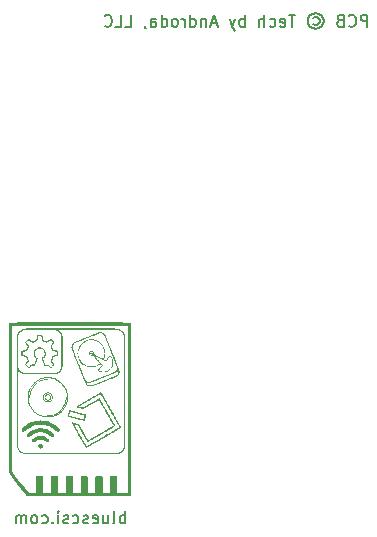
<source format=gbr>
%TF.GenerationSoftware,KiCad,Pcbnew,8.0.4-8.0.4-0~ubuntu22.04.1*%
%TF.CreationDate,2024-07-18T12:58:38-06:00*%
%TF.ProjectId,Centronics_50Pin,43656e74-726f-46e6-9963-735f35305069,1*%
%TF.SameCoordinates,Original*%
%TF.FileFunction,Legend,Bot*%
%TF.FilePolarity,Positive*%
%FSLAX46Y46*%
G04 Gerber Fmt 4.6, Leading zero omitted, Abs format (unit mm)*
G04 Created by KiCad (PCBNEW 8.0.4-8.0.4-0~ubuntu22.04.1) date 2024-07-18 12:58:38*
%MOMM*%
%LPD*%
G01*
G04 APERTURE LIST*
%ADD10C,0.150000*%
%ADD11C,0.000000*%
G04 APERTURE END LIST*
D10*
X121357447Y-115974019D02*
X121357447Y-114974019D01*
X121357447Y-115354971D02*
X121262209Y-115307352D01*
X121262209Y-115307352D02*
X121071733Y-115307352D01*
X121071733Y-115307352D02*
X120976495Y-115354971D01*
X120976495Y-115354971D02*
X120928876Y-115402590D01*
X120928876Y-115402590D02*
X120881257Y-115497828D01*
X120881257Y-115497828D02*
X120881257Y-115783542D01*
X120881257Y-115783542D02*
X120928876Y-115878780D01*
X120928876Y-115878780D02*
X120976495Y-115926400D01*
X120976495Y-115926400D02*
X121071733Y-115974019D01*
X121071733Y-115974019D02*
X121262209Y-115974019D01*
X121262209Y-115974019D02*
X121357447Y-115926400D01*
X120309828Y-115974019D02*
X120405066Y-115926400D01*
X120405066Y-115926400D02*
X120452685Y-115831161D01*
X120452685Y-115831161D02*
X120452685Y-114974019D01*
X119500304Y-115307352D02*
X119500304Y-115974019D01*
X119928875Y-115307352D02*
X119928875Y-115831161D01*
X119928875Y-115831161D02*
X119881256Y-115926400D01*
X119881256Y-115926400D02*
X119786018Y-115974019D01*
X119786018Y-115974019D02*
X119643161Y-115974019D01*
X119643161Y-115974019D02*
X119547923Y-115926400D01*
X119547923Y-115926400D02*
X119500304Y-115878780D01*
X118643161Y-115926400D02*
X118738399Y-115974019D01*
X118738399Y-115974019D02*
X118928875Y-115974019D01*
X118928875Y-115974019D02*
X119024113Y-115926400D01*
X119024113Y-115926400D02*
X119071732Y-115831161D01*
X119071732Y-115831161D02*
X119071732Y-115450209D01*
X119071732Y-115450209D02*
X119024113Y-115354971D01*
X119024113Y-115354971D02*
X118928875Y-115307352D01*
X118928875Y-115307352D02*
X118738399Y-115307352D01*
X118738399Y-115307352D02*
X118643161Y-115354971D01*
X118643161Y-115354971D02*
X118595542Y-115450209D01*
X118595542Y-115450209D02*
X118595542Y-115545447D01*
X118595542Y-115545447D02*
X119071732Y-115640685D01*
X118214589Y-115926400D02*
X118119351Y-115974019D01*
X118119351Y-115974019D02*
X117928875Y-115974019D01*
X117928875Y-115974019D02*
X117833637Y-115926400D01*
X117833637Y-115926400D02*
X117786018Y-115831161D01*
X117786018Y-115831161D02*
X117786018Y-115783542D01*
X117786018Y-115783542D02*
X117833637Y-115688304D01*
X117833637Y-115688304D02*
X117928875Y-115640685D01*
X117928875Y-115640685D02*
X118071732Y-115640685D01*
X118071732Y-115640685D02*
X118166970Y-115593066D01*
X118166970Y-115593066D02*
X118214589Y-115497828D01*
X118214589Y-115497828D02*
X118214589Y-115450209D01*
X118214589Y-115450209D02*
X118166970Y-115354971D01*
X118166970Y-115354971D02*
X118071732Y-115307352D01*
X118071732Y-115307352D02*
X117928875Y-115307352D01*
X117928875Y-115307352D02*
X117833637Y-115354971D01*
X116928875Y-115926400D02*
X117024113Y-115974019D01*
X117024113Y-115974019D02*
X117214589Y-115974019D01*
X117214589Y-115974019D02*
X117309827Y-115926400D01*
X117309827Y-115926400D02*
X117357446Y-115878780D01*
X117357446Y-115878780D02*
X117405065Y-115783542D01*
X117405065Y-115783542D02*
X117405065Y-115497828D01*
X117405065Y-115497828D02*
X117357446Y-115402590D01*
X117357446Y-115402590D02*
X117309827Y-115354971D01*
X117309827Y-115354971D02*
X117214589Y-115307352D01*
X117214589Y-115307352D02*
X117024113Y-115307352D01*
X117024113Y-115307352D02*
X116928875Y-115354971D01*
X116547922Y-115926400D02*
X116452684Y-115974019D01*
X116452684Y-115974019D02*
X116262208Y-115974019D01*
X116262208Y-115974019D02*
X116166970Y-115926400D01*
X116166970Y-115926400D02*
X116119351Y-115831161D01*
X116119351Y-115831161D02*
X116119351Y-115783542D01*
X116119351Y-115783542D02*
X116166970Y-115688304D01*
X116166970Y-115688304D02*
X116262208Y-115640685D01*
X116262208Y-115640685D02*
X116405065Y-115640685D01*
X116405065Y-115640685D02*
X116500303Y-115593066D01*
X116500303Y-115593066D02*
X116547922Y-115497828D01*
X116547922Y-115497828D02*
X116547922Y-115450209D01*
X116547922Y-115450209D02*
X116500303Y-115354971D01*
X116500303Y-115354971D02*
X116405065Y-115307352D01*
X116405065Y-115307352D02*
X116262208Y-115307352D01*
X116262208Y-115307352D02*
X116166970Y-115354971D01*
X115690779Y-115974019D02*
X115690779Y-115307352D01*
X115690779Y-114974019D02*
X115738398Y-115021638D01*
X115738398Y-115021638D02*
X115690779Y-115069257D01*
X115690779Y-115069257D02*
X115643160Y-115021638D01*
X115643160Y-115021638D02*
X115690779Y-114974019D01*
X115690779Y-114974019D02*
X115690779Y-115069257D01*
X115214589Y-115878780D02*
X115166970Y-115926400D01*
X115166970Y-115926400D02*
X115214589Y-115974019D01*
X115214589Y-115974019D02*
X115262208Y-115926400D01*
X115262208Y-115926400D02*
X115214589Y-115878780D01*
X115214589Y-115878780D02*
X115214589Y-115974019D01*
X114309828Y-115926400D02*
X114405066Y-115974019D01*
X114405066Y-115974019D02*
X114595542Y-115974019D01*
X114595542Y-115974019D02*
X114690780Y-115926400D01*
X114690780Y-115926400D02*
X114738399Y-115878780D01*
X114738399Y-115878780D02*
X114786018Y-115783542D01*
X114786018Y-115783542D02*
X114786018Y-115497828D01*
X114786018Y-115497828D02*
X114738399Y-115402590D01*
X114738399Y-115402590D02*
X114690780Y-115354971D01*
X114690780Y-115354971D02*
X114595542Y-115307352D01*
X114595542Y-115307352D02*
X114405066Y-115307352D01*
X114405066Y-115307352D02*
X114309828Y-115354971D01*
X113738399Y-115974019D02*
X113833637Y-115926400D01*
X113833637Y-115926400D02*
X113881256Y-115878780D01*
X113881256Y-115878780D02*
X113928875Y-115783542D01*
X113928875Y-115783542D02*
X113928875Y-115497828D01*
X113928875Y-115497828D02*
X113881256Y-115402590D01*
X113881256Y-115402590D02*
X113833637Y-115354971D01*
X113833637Y-115354971D02*
X113738399Y-115307352D01*
X113738399Y-115307352D02*
X113595542Y-115307352D01*
X113595542Y-115307352D02*
X113500304Y-115354971D01*
X113500304Y-115354971D02*
X113452685Y-115402590D01*
X113452685Y-115402590D02*
X113405066Y-115497828D01*
X113405066Y-115497828D02*
X113405066Y-115783542D01*
X113405066Y-115783542D02*
X113452685Y-115878780D01*
X113452685Y-115878780D02*
X113500304Y-115926400D01*
X113500304Y-115926400D02*
X113595542Y-115974019D01*
X113595542Y-115974019D02*
X113738399Y-115974019D01*
X112976494Y-115974019D02*
X112976494Y-115307352D01*
X112976494Y-115402590D02*
X112928875Y-115354971D01*
X112928875Y-115354971D02*
X112833637Y-115307352D01*
X112833637Y-115307352D02*
X112690780Y-115307352D01*
X112690780Y-115307352D02*
X112595542Y-115354971D01*
X112595542Y-115354971D02*
X112547923Y-115450209D01*
X112547923Y-115450209D02*
X112547923Y-115974019D01*
X112547923Y-115450209D02*
X112500304Y-115354971D01*
X112500304Y-115354971D02*
X112405066Y-115307352D01*
X112405066Y-115307352D02*
X112262209Y-115307352D01*
X112262209Y-115307352D02*
X112166970Y-115354971D01*
X112166970Y-115354971D02*
X112119351Y-115450209D01*
X112119351Y-115450209D02*
X112119351Y-115974019D01*
X141865239Y-73924819D02*
X141865239Y-72924819D01*
X141865239Y-72924819D02*
X141484287Y-72924819D01*
X141484287Y-72924819D02*
X141389049Y-72972438D01*
X141389049Y-72972438D02*
X141341430Y-73020057D01*
X141341430Y-73020057D02*
X141293811Y-73115295D01*
X141293811Y-73115295D02*
X141293811Y-73258152D01*
X141293811Y-73258152D02*
X141341430Y-73353390D01*
X141341430Y-73353390D02*
X141389049Y-73401009D01*
X141389049Y-73401009D02*
X141484287Y-73448628D01*
X141484287Y-73448628D02*
X141865239Y-73448628D01*
X140293811Y-73829580D02*
X140341430Y-73877200D01*
X140341430Y-73877200D02*
X140484287Y-73924819D01*
X140484287Y-73924819D02*
X140579525Y-73924819D01*
X140579525Y-73924819D02*
X140722382Y-73877200D01*
X140722382Y-73877200D02*
X140817620Y-73781961D01*
X140817620Y-73781961D02*
X140865239Y-73686723D01*
X140865239Y-73686723D02*
X140912858Y-73496247D01*
X140912858Y-73496247D02*
X140912858Y-73353390D01*
X140912858Y-73353390D02*
X140865239Y-73162914D01*
X140865239Y-73162914D02*
X140817620Y-73067676D01*
X140817620Y-73067676D02*
X140722382Y-72972438D01*
X140722382Y-72972438D02*
X140579525Y-72924819D01*
X140579525Y-72924819D02*
X140484287Y-72924819D01*
X140484287Y-72924819D02*
X140341430Y-72972438D01*
X140341430Y-72972438D02*
X140293811Y-73020057D01*
X139531906Y-73401009D02*
X139389049Y-73448628D01*
X139389049Y-73448628D02*
X139341430Y-73496247D01*
X139341430Y-73496247D02*
X139293811Y-73591485D01*
X139293811Y-73591485D02*
X139293811Y-73734342D01*
X139293811Y-73734342D02*
X139341430Y-73829580D01*
X139341430Y-73829580D02*
X139389049Y-73877200D01*
X139389049Y-73877200D02*
X139484287Y-73924819D01*
X139484287Y-73924819D02*
X139865239Y-73924819D01*
X139865239Y-73924819D02*
X139865239Y-72924819D01*
X139865239Y-72924819D02*
X139531906Y-72924819D01*
X139531906Y-72924819D02*
X139436668Y-72972438D01*
X139436668Y-72972438D02*
X139389049Y-73020057D01*
X139389049Y-73020057D02*
X139341430Y-73115295D01*
X139341430Y-73115295D02*
X139341430Y-73210533D01*
X139341430Y-73210533D02*
X139389049Y-73305771D01*
X139389049Y-73305771D02*
X139436668Y-73353390D01*
X139436668Y-73353390D02*
X139531906Y-73401009D01*
X139531906Y-73401009D02*
X139865239Y-73401009D01*
X137293810Y-73162914D02*
X137389049Y-73115295D01*
X137389049Y-73115295D02*
X137579525Y-73115295D01*
X137579525Y-73115295D02*
X137674763Y-73162914D01*
X137674763Y-73162914D02*
X137770001Y-73258152D01*
X137770001Y-73258152D02*
X137817620Y-73353390D01*
X137817620Y-73353390D02*
X137817620Y-73543866D01*
X137817620Y-73543866D02*
X137770001Y-73639104D01*
X137770001Y-73639104D02*
X137674763Y-73734342D01*
X137674763Y-73734342D02*
X137579525Y-73781961D01*
X137579525Y-73781961D02*
X137389049Y-73781961D01*
X137389049Y-73781961D02*
X137293810Y-73734342D01*
X137484287Y-72781961D02*
X137722382Y-72829580D01*
X137722382Y-72829580D02*
X137960477Y-72972438D01*
X137960477Y-72972438D02*
X138103334Y-73210533D01*
X138103334Y-73210533D02*
X138150953Y-73448628D01*
X138150953Y-73448628D02*
X138103334Y-73686723D01*
X138103334Y-73686723D02*
X137960477Y-73924819D01*
X137960477Y-73924819D02*
X137722382Y-74067676D01*
X137722382Y-74067676D02*
X137484287Y-74115295D01*
X137484287Y-74115295D02*
X137246191Y-74067676D01*
X137246191Y-74067676D02*
X137008096Y-73924819D01*
X137008096Y-73924819D02*
X136865239Y-73686723D01*
X136865239Y-73686723D02*
X136817620Y-73448628D01*
X136817620Y-73448628D02*
X136865239Y-73210533D01*
X136865239Y-73210533D02*
X137008096Y-72972438D01*
X137008096Y-72972438D02*
X137246191Y-72829580D01*
X137246191Y-72829580D02*
X137484287Y-72781961D01*
X135770000Y-72924819D02*
X135198572Y-72924819D01*
X135484286Y-73924819D02*
X135484286Y-72924819D01*
X134484286Y-73877200D02*
X134579524Y-73924819D01*
X134579524Y-73924819D02*
X134770000Y-73924819D01*
X134770000Y-73924819D02*
X134865238Y-73877200D01*
X134865238Y-73877200D02*
X134912857Y-73781961D01*
X134912857Y-73781961D02*
X134912857Y-73401009D01*
X134912857Y-73401009D02*
X134865238Y-73305771D01*
X134865238Y-73305771D02*
X134770000Y-73258152D01*
X134770000Y-73258152D02*
X134579524Y-73258152D01*
X134579524Y-73258152D02*
X134484286Y-73305771D01*
X134484286Y-73305771D02*
X134436667Y-73401009D01*
X134436667Y-73401009D02*
X134436667Y-73496247D01*
X134436667Y-73496247D02*
X134912857Y-73591485D01*
X133579524Y-73877200D02*
X133674762Y-73924819D01*
X133674762Y-73924819D02*
X133865238Y-73924819D01*
X133865238Y-73924819D02*
X133960476Y-73877200D01*
X133960476Y-73877200D02*
X134008095Y-73829580D01*
X134008095Y-73829580D02*
X134055714Y-73734342D01*
X134055714Y-73734342D02*
X134055714Y-73448628D01*
X134055714Y-73448628D02*
X134008095Y-73353390D01*
X134008095Y-73353390D02*
X133960476Y-73305771D01*
X133960476Y-73305771D02*
X133865238Y-73258152D01*
X133865238Y-73258152D02*
X133674762Y-73258152D01*
X133674762Y-73258152D02*
X133579524Y-73305771D01*
X133150952Y-73924819D02*
X133150952Y-72924819D01*
X132722381Y-73924819D02*
X132722381Y-73401009D01*
X132722381Y-73401009D02*
X132770000Y-73305771D01*
X132770000Y-73305771D02*
X132865238Y-73258152D01*
X132865238Y-73258152D02*
X133008095Y-73258152D01*
X133008095Y-73258152D02*
X133103333Y-73305771D01*
X133103333Y-73305771D02*
X133150952Y-73353390D01*
X131484285Y-73924819D02*
X131484285Y-72924819D01*
X131484285Y-73305771D02*
X131389047Y-73258152D01*
X131389047Y-73258152D02*
X131198571Y-73258152D01*
X131198571Y-73258152D02*
X131103333Y-73305771D01*
X131103333Y-73305771D02*
X131055714Y-73353390D01*
X131055714Y-73353390D02*
X131008095Y-73448628D01*
X131008095Y-73448628D02*
X131008095Y-73734342D01*
X131008095Y-73734342D02*
X131055714Y-73829580D01*
X131055714Y-73829580D02*
X131103333Y-73877200D01*
X131103333Y-73877200D02*
X131198571Y-73924819D01*
X131198571Y-73924819D02*
X131389047Y-73924819D01*
X131389047Y-73924819D02*
X131484285Y-73877200D01*
X130674761Y-73258152D02*
X130436666Y-73924819D01*
X130198571Y-73258152D02*
X130436666Y-73924819D01*
X130436666Y-73924819D02*
X130531904Y-74162914D01*
X130531904Y-74162914D02*
X130579523Y-74210533D01*
X130579523Y-74210533D02*
X130674761Y-74258152D01*
X129103332Y-73639104D02*
X128627142Y-73639104D01*
X129198570Y-73924819D02*
X128865237Y-72924819D01*
X128865237Y-72924819D02*
X128531904Y-73924819D01*
X128198570Y-73258152D02*
X128198570Y-73924819D01*
X128198570Y-73353390D02*
X128150951Y-73305771D01*
X128150951Y-73305771D02*
X128055713Y-73258152D01*
X128055713Y-73258152D02*
X127912856Y-73258152D01*
X127912856Y-73258152D02*
X127817618Y-73305771D01*
X127817618Y-73305771D02*
X127769999Y-73401009D01*
X127769999Y-73401009D02*
X127769999Y-73924819D01*
X126865237Y-73924819D02*
X126865237Y-72924819D01*
X126865237Y-73877200D02*
X126960475Y-73924819D01*
X126960475Y-73924819D02*
X127150951Y-73924819D01*
X127150951Y-73924819D02*
X127246189Y-73877200D01*
X127246189Y-73877200D02*
X127293808Y-73829580D01*
X127293808Y-73829580D02*
X127341427Y-73734342D01*
X127341427Y-73734342D02*
X127341427Y-73448628D01*
X127341427Y-73448628D02*
X127293808Y-73353390D01*
X127293808Y-73353390D02*
X127246189Y-73305771D01*
X127246189Y-73305771D02*
X127150951Y-73258152D01*
X127150951Y-73258152D02*
X126960475Y-73258152D01*
X126960475Y-73258152D02*
X126865237Y-73305771D01*
X126389046Y-73924819D02*
X126389046Y-73258152D01*
X126389046Y-73448628D02*
X126341427Y-73353390D01*
X126341427Y-73353390D02*
X126293808Y-73305771D01*
X126293808Y-73305771D02*
X126198570Y-73258152D01*
X126198570Y-73258152D02*
X126103332Y-73258152D01*
X125627141Y-73924819D02*
X125722379Y-73877200D01*
X125722379Y-73877200D02*
X125769998Y-73829580D01*
X125769998Y-73829580D02*
X125817617Y-73734342D01*
X125817617Y-73734342D02*
X125817617Y-73448628D01*
X125817617Y-73448628D02*
X125769998Y-73353390D01*
X125769998Y-73353390D02*
X125722379Y-73305771D01*
X125722379Y-73305771D02*
X125627141Y-73258152D01*
X125627141Y-73258152D02*
X125484284Y-73258152D01*
X125484284Y-73258152D02*
X125389046Y-73305771D01*
X125389046Y-73305771D02*
X125341427Y-73353390D01*
X125341427Y-73353390D02*
X125293808Y-73448628D01*
X125293808Y-73448628D02*
X125293808Y-73734342D01*
X125293808Y-73734342D02*
X125341427Y-73829580D01*
X125341427Y-73829580D02*
X125389046Y-73877200D01*
X125389046Y-73877200D02*
X125484284Y-73924819D01*
X125484284Y-73924819D02*
X125627141Y-73924819D01*
X124436665Y-73924819D02*
X124436665Y-72924819D01*
X124436665Y-73877200D02*
X124531903Y-73924819D01*
X124531903Y-73924819D02*
X124722379Y-73924819D01*
X124722379Y-73924819D02*
X124817617Y-73877200D01*
X124817617Y-73877200D02*
X124865236Y-73829580D01*
X124865236Y-73829580D02*
X124912855Y-73734342D01*
X124912855Y-73734342D02*
X124912855Y-73448628D01*
X124912855Y-73448628D02*
X124865236Y-73353390D01*
X124865236Y-73353390D02*
X124817617Y-73305771D01*
X124817617Y-73305771D02*
X124722379Y-73258152D01*
X124722379Y-73258152D02*
X124531903Y-73258152D01*
X124531903Y-73258152D02*
X124436665Y-73305771D01*
X123531903Y-73924819D02*
X123531903Y-73401009D01*
X123531903Y-73401009D02*
X123579522Y-73305771D01*
X123579522Y-73305771D02*
X123674760Y-73258152D01*
X123674760Y-73258152D02*
X123865236Y-73258152D01*
X123865236Y-73258152D02*
X123960474Y-73305771D01*
X123531903Y-73877200D02*
X123627141Y-73924819D01*
X123627141Y-73924819D02*
X123865236Y-73924819D01*
X123865236Y-73924819D02*
X123960474Y-73877200D01*
X123960474Y-73877200D02*
X124008093Y-73781961D01*
X124008093Y-73781961D02*
X124008093Y-73686723D01*
X124008093Y-73686723D02*
X123960474Y-73591485D01*
X123960474Y-73591485D02*
X123865236Y-73543866D01*
X123865236Y-73543866D02*
X123627141Y-73543866D01*
X123627141Y-73543866D02*
X123531903Y-73496247D01*
X123008093Y-73877200D02*
X123008093Y-73924819D01*
X123008093Y-73924819D02*
X123055712Y-74020057D01*
X123055712Y-74020057D02*
X123103331Y-74067676D01*
X121341427Y-73924819D02*
X121817617Y-73924819D01*
X121817617Y-73924819D02*
X121817617Y-72924819D01*
X120531903Y-73924819D02*
X121008093Y-73924819D01*
X121008093Y-73924819D02*
X121008093Y-72924819D01*
X119627141Y-73829580D02*
X119674760Y-73877200D01*
X119674760Y-73877200D02*
X119817617Y-73924819D01*
X119817617Y-73924819D02*
X119912855Y-73924819D01*
X119912855Y-73924819D02*
X120055712Y-73877200D01*
X120055712Y-73877200D02*
X120150950Y-73781961D01*
X120150950Y-73781961D02*
X120198569Y-73686723D01*
X120198569Y-73686723D02*
X120246188Y-73496247D01*
X120246188Y-73496247D02*
X120246188Y-73353390D01*
X120246188Y-73353390D02*
X120198569Y-73162914D01*
X120198569Y-73162914D02*
X120150950Y-73067676D01*
X120150950Y-73067676D02*
X120055712Y-72972438D01*
X120055712Y-72972438D02*
X119912855Y-72924819D01*
X119912855Y-72924819D02*
X119817617Y-72924819D01*
X119817617Y-72924819D02*
X119674760Y-72972438D01*
X119674760Y-72972438D02*
X119627141Y-73020057D01*
D11*
%TO.C,G\u002A\u002A\u002A*%
G36*
X114245437Y-109237863D02*
G01*
X114293688Y-109255671D01*
X114334402Y-109284420D01*
X114366252Y-109322863D01*
X114387913Y-109369753D01*
X114398059Y-109423842D01*
X114397397Y-109461435D01*
X114385495Y-109511786D01*
X114361853Y-109556331D01*
X114327775Y-109593372D01*
X114284564Y-109621212D01*
X114233522Y-109638154D01*
X114218017Y-109640524D01*
X114168866Y-109639501D01*
X114120305Y-109626973D01*
X114076151Y-109604234D01*
X114040225Y-109572581D01*
X114019570Y-109544341D01*
X113998304Y-109498320D01*
X113989134Y-109450887D01*
X113991237Y-109403862D01*
X114003788Y-109359066D01*
X114025962Y-109318318D01*
X114056935Y-109283438D01*
X114095882Y-109256248D01*
X114141979Y-109238566D01*
X114194402Y-109232214D01*
X114245437Y-109237863D01*
G37*
G36*
X114252693Y-108543798D02*
G01*
X114360944Y-108557410D01*
X114467779Y-108583746D01*
X114571349Y-108622117D01*
X114669806Y-108671836D01*
X114761301Y-108732212D01*
X114843985Y-108802558D01*
X114845893Y-108804407D01*
X114873591Y-108832869D01*
X114891924Y-108856769D01*
X114902736Y-108879991D01*
X114907872Y-108906421D01*
X114909174Y-108939944D01*
X114909107Y-108946168D01*
X114902763Y-108994740D01*
X114885665Y-109034330D01*
X114857213Y-109065915D01*
X114816808Y-109090471D01*
X114811353Y-109092784D01*
X114773948Y-109101769D01*
X114731722Y-109102758D01*
X114690800Y-109095506D01*
X114687542Y-109094380D01*
X114666949Y-109083637D01*
X114641410Y-109066184D01*
X114615142Y-109044846D01*
X114597306Y-109029330D01*
X114548373Y-108990424D01*
X114500985Y-108959352D01*
X114451194Y-108934010D01*
X114395055Y-108912296D01*
X114328621Y-108892103D01*
X114309091Y-108887953D01*
X114270183Y-108883403D01*
X114224088Y-108881029D01*
X114174979Y-108880818D01*
X114127027Y-108882755D01*
X114084406Y-108886828D01*
X114051287Y-108893022D01*
X114009970Y-108905495D01*
X113920022Y-108942629D01*
X113836619Y-108991176D01*
X113762038Y-109049899D01*
X113741033Y-109067618D01*
X113704303Y-109090169D01*
X113666458Y-109101348D01*
X113623863Y-109102539D01*
X113611960Y-109101312D01*
X113565819Y-109088635D01*
X113527586Y-109064915D01*
X113498586Y-109031567D01*
X113480139Y-108990006D01*
X113473569Y-108941648D01*
X113476066Y-108906957D01*
X113487606Y-108868115D01*
X113509926Y-108832061D01*
X113544548Y-108795663D01*
X113607112Y-108743114D01*
X113703589Y-108677427D01*
X113806395Y-108624422D01*
X113915078Y-108584288D01*
X114029184Y-108557215D01*
X114148258Y-108543393D01*
X114252693Y-108543798D01*
G37*
G36*
X116388578Y-105277062D02*
G01*
X116388897Y-105277382D01*
X116395339Y-105285117D01*
X116399179Y-105294558D01*
X116400778Y-105308829D01*
X116400501Y-105331057D01*
X116398708Y-105364366D01*
X116393763Y-105429644D01*
X116377497Y-105558059D01*
X116352446Y-105679832D01*
X116317772Y-105798642D01*
X116272638Y-105918171D01*
X116257554Y-105953023D01*
X116192432Y-106082173D01*
X116115837Y-106205002D01*
X116028757Y-106320485D01*
X115932178Y-106427594D01*
X115827089Y-106525305D01*
X115714477Y-106612590D01*
X115595328Y-106688424D01*
X115470631Y-106751780D01*
X115388507Y-106786139D01*
X115306624Y-106815248D01*
X115223021Y-106839391D01*
X115134593Y-106859363D01*
X115038233Y-106875958D01*
X114930838Y-106889973D01*
X114929259Y-106890141D01*
X114910293Y-106891459D01*
X114883097Y-106892652D01*
X114853004Y-106893478D01*
X114843823Y-106893571D01*
X114809337Y-106891570D01*
X114786686Y-106885025D01*
X114774268Y-106873197D01*
X114770484Y-106855348D01*
X114770564Y-106852279D01*
X114774119Y-106838521D01*
X114784325Y-106828509D01*
X114803080Y-106821470D01*
X114832281Y-106816630D01*
X114873823Y-106813217D01*
X114960841Y-106806090D01*
X115086072Y-106788412D01*
X115205198Y-106761761D01*
X115321843Y-106725274D01*
X115439627Y-106678084D01*
X115549376Y-106623258D01*
X115664667Y-106551066D01*
X115773284Y-106467480D01*
X115874412Y-106373500D01*
X115967239Y-106270127D01*
X116050950Y-106158359D01*
X116124732Y-106039198D01*
X116187771Y-105913643D01*
X116239253Y-105782694D01*
X116278365Y-105647352D01*
X116289464Y-105598303D01*
X116299175Y-105547769D01*
X116306507Y-105497910D01*
X116312178Y-105443752D01*
X116316907Y-105380317D01*
X116318282Y-105359702D01*
X116320877Y-105327300D01*
X116323666Y-105305252D01*
X116327182Y-105290954D01*
X116331963Y-105281802D01*
X116338543Y-105275196D01*
X116354501Y-105265128D01*
X116371201Y-105264597D01*
X116388578Y-105277062D01*
G37*
G36*
X114812999Y-103733246D02*
G01*
X114823245Y-103736083D01*
X114831682Y-103740677D01*
X114835126Y-103743058D01*
X114846119Y-103756106D01*
X114847516Y-103775055D01*
X114847294Y-103777014D01*
X114840719Y-103795040D01*
X114825421Y-103806958D01*
X114799721Y-103813563D01*
X114761940Y-103815653D01*
X114750544Y-103815824D01*
X114701278Y-103818834D01*
X114643546Y-103825149D01*
X114581440Y-103834191D01*
X114519050Y-103845385D01*
X114460467Y-103858154D01*
X114434429Y-103864693D01*
X114297896Y-103907488D01*
X114167751Y-103962823D01*
X114044485Y-104030294D01*
X113928588Y-104109498D01*
X113820548Y-104200032D01*
X113720855Y-104301493D01*
X113630001Y-104413479D01*
X113548473Y-104535587D01*
X113476762Y-104667413D01*
X113459967Y-104702858D01*
X113403437Y-104842296D01*
X113360880Y-104984391D01*
X113332222Y-105129431D01*
X113317385Y-105277706D01*
X113316111Y-105298899D01*
X113312543Y-105338691D01*
X113308154Y-105365726D01*
X113303049Y-105379263D01*
X113296661Y-105384969D01*
X113277661Y-105390795D01*
X113257380Y-105386894D01*
X113241661Y-105373787D01*
X113238905Y-105369016D01*
X113235571Y-105359353D01*
X113233884Y-105345582D01*
X113233766Y-105325182D01*
X113235136Y-105295633D01*
X113237917Y-105254413D01*
X113241335Y-105211854D01*
X113252016Y-105117159D01*
X113266896Y-105029561D01*
X113286886Y-104944214D01*
X113312900Y-104856274D01*
X113332182Y-104799671D01*
X113390657Y-104656757D01*
X113460557Y-104522241D01*
X113542155Y-104395682D01*
X113635723Y-104276641D01*
X113741536Y-104164676D01*
X113780374Y-104128019D01*
X113861905Y-104058113D01*
X113944964Y-103997209D01*
X114033793Y-103942333D01*
X114132633Y-103890511D01*
X114156202Y-103879229D01*
X114261003Y-103834289D01*
X114365665Y-103798491D01*
X114473495Y-103770960D01*
X114587800Y-103750820D01*
X114711889Y-103737197D01*
X114745655Y-103734532D01*
X114776780Y-103732546D01*
X114798369Y-103732092D01*
X114812999Y-103733246D01*
G37*
G36*
X114321667Y-107930567D02*
G01*
X114469611Y-107949197D01*
X114613484Y-107981484D01*
X114753249Y-108027417D01*
X114888870Y-108086986D01*
X115020308Y-108160180D01*
X115070556Y-108192943D01*
X115121923Y-108229601D01*
X115171690Y-108268035D01*
X115218095Y-108306712D01*
X115259374Y-108344104D01*
X115293764Y-108378678D01*
X115319504Y-108408905D01*
X115334829Y-108433253D01*
X115344673Y-108460849D01*
X115349937Y-108506502D01*
X115342418Y-108550840D01*
X115322927Y-108591714D01*
X115292276Y-108626973D01*
X115251277Y-108654470D01*
X115225535Y-108663661D01*
X115186536Y-108668804D01*
X115147199Y-108666063D01*
X115113604Y-108655398D01*
X115103817Y-108649499D01*
X115082388Y-108633988D01*
X115056622Y-108613273D01*
X115030148Y-108590188D01*
X114927935Y-108505691D01*
X114817618Y-108431831D01*
X114702179Y-108371224D01*
X114581817Y-108323948D01*
X114456735Y-108290083D01*
X114327133Y-108269706D01*
X114193211Y-108262896D01*
X114119300Y-108264934D01*
X113987743Y-108279176D01*
X113860231Y-108307063D01*
X113736529Y-108348650D01*
X113616405Y-108403996D01*
X113606462Y-108409313D01*
X113569030Y-108430617D01*
X113529536Y-108454742D01*
X113490896Y-108479762D01*
X113456026Y-108503748D01*
X113427842Y-108524773D01*
X113409261Y-108540909D01*
X113400166Y-108549792D01*
X113377669Y-108570075D01*
X113351026Y-108592632D01*
X113323188Y-108615104D01*
X113297108Y-108635136D01*
X113275739Y-108650369D01*
X113262033Y-108658447D01*
X113247220Y-108663710D01*
X113203429Y-108669819D01*
X113159434Y-108663507D01*
X113117864Y-108645760D01*
X113081345Y-108617561D01*
X113052505Y-108579897D01*
X113049801Y-108574720D01*
X113039924Y-108542748D01*
X113036185Y-108504735D01*
X113038767Y-108466453D01*
X113047853Y-108433670D01*
X113051854Y-108425972D01*
X113070150Y-108400835D01*
X113098264Y-108370105D01*
X113134563Y-108335234D01*
X113177416Y-108297676D01*
X113225189Y-108258884D01*
X113276250Y-108220311D01*
X113328968Y-108183411D01*
X113354936Y-108166363D01*
X113481223Y-108093693D01*
X113613552Y-108033759D01*
X113751243Y-107986765D01*
X113893611Y-107952917D01*
X114039973Y-107932420D01*
X114189648Y-107925477D01*
X114321667Y-107930567D01*
G37*
G36*
X115091052Y-105337530D02*
G01*
X115078069Y-105394150D01*
X115052906Y-105448306D01*
X115015217Y-105498172D01*
X114983377Y-105527407D01*
X114930386Y-105560025D01*
X114870259Y-105580413D01*
X114865386Y-105581491D01*
X114836220Y-105587197D01*
X114813582Y-105589271D01*
X114791136Y-105587876D01*
X114762548Y-105583173D01*
X114733641Y-105576158D01*
X114676532Y-105552232D01*
X114625478Y-105517183D01*
X114582804Y-105472794D01*
X114550836Y-105420847D01*
X114544026Y-105405530D01*
X114537580Y-105386738D01*
X114533858Y-105366637D01*
X114532147Y-105340916D01*
X114531735Y-105305264D01*
X114610279Y-105305264D01*
X114610675Y-105329578D01*
X114613353Y-105353514D01*
X114619759Y-105373936D01*
X114631285Y-105396907D01*
X114660778Y-105438694D01*
X114698260Y-105472145D01*
X114740514Y-105493738D01*
X114753145Y-105497417D01*
X114796324Y-105503467D01*
X114841745Y-105502033D01*
X114882202Y-105493145D01*
X114894381Y-105487826D01*
X114919539Y-105473043D01*
X114942848Y-105455413D01*
X114953264Y-105445638D01*
X114984526Y-105405617D01*
X115003776Y-105361898D01*
X115011715Y-105316346D01*
X115009047Y-105270822D01*
X114996476Y-105227191D01*
X114974704Y-105187314D01*
X114944436Y-105153056D01*
X114906374Y-105126279D01*
X114861221Y-105108847D01*
X114809681Y-105102622D01*
X114799484Y-105102802D01*
X114750187Y-105110125D01*
X114707160Y-105129115D01*
X114667249Y-105161064D01*
X114653157Y-105176136D01*
X114628546Y-105213084D01*
X114614699Y-105254998D01*
X114610279Y-105305264D01*
X114531735Y-105305264D01*
X114532072Y-105270629D01*
X114533631Y-105245324D01*
X114537218Y-105225429D01*
X114543639Y-105206500D01*
X114553699Y-105184088D01*
X114559133Y-105173256D01*
X114594093Y-105121750D01*
X114639277Y-105078366D01*
X114692068Y-105045718D01*
X114710532Y-105037317D01*
X114730456Y-105030063D01*
X114750479Y-105025971D01*
X114775316Y-105024162D01*
X114809681Y-105023755D01*
X114839237Y-105024015D01*
X114865162Y-105025517D01*
X114885624Y-105029178D01*
X114905392Y-105035910D01*
X114929236Y-105046627D01*
X114932650Y-105048270D01*
X114985444Y-105081346D01*
X115028143Y-105122910D01*
X115060401Y-105171135D01*
X115081871Y-105224197D01*
X115092203Y-105280271D01*
X115091478Y-105316346D01*
X115091052Y-105337530D01*
G37*
G36*
X115229109Y-105346560D02*
G01*
X115216017Y-105414304D01*
X115191948Y-105479418D01*
X115157177Y-105540401D01*
X115111975Y-105595754D01*
X115056616Y-105643976D01*
X114991373Y-105683568D01*
X114968523Y-105693761D01*
X114934141Y-105706399D01*
X114903259Y-105715112D01*
X114844092Y-105723698D01*
X114768887Y-105722525D01*
X114695928Y-105708238D01*
X114626768Y-105681471D01*
X114562956Y-105642859D01*
X114506042Y-105593036D01*
X114457579Y-105532639D01*
X114443520Y-105509994D01*
X114412466Y-105442328D01*
X114394282Y-105370566D01*
X114390596Y-105317337D01*
X114471970Y-105317337D01*
X114480958Y-105383793D01*
X114502099Y-105448481D01*
X114503168Y-105450902D01*
X114528588Y-105493691D01*
X114564487Y-105535499D01*
X114607457Y-105573307D01*
X114654093Y-105604093D01*
X114700988Y-105624836D01*
X114718684Y-105630071D01*
X114788029Y-105642107D01*
X114855479Y-105640468D01*
X114919915Y-105625385D01*
X114980219Y-105597089D01*
X115035271Y-105555811D01*
X115045363Y-105546280D01*
X115090878Y-105493398D01*
X115122958Y-105436224D01*
X115141952Y-105373988D01*
X115148206Y-105305923D01*
X115142709Y-105239664D01*
X115124755Y-105176196D01*
X115093966Y-105118487D01*
X115049978Y-105065646D01*
X115000887Y-105023882D01*
X114941813Y-104990167D01*
X114878109Y-104969927D01*
X114809812Y-104963177D01*
X114779690Y-104965004D01*
X114730325Y-104973903D01*
X114682044Y-104988673D01*
X114641326Y-105007608D01*
X114612908Y-105027402D01*
X114577911Y-105058195D01*
X114545220Y-105092978D01*
X114519582Y-105127094D01*
X114516586Y-105131905D01*
X114489917Y-105188938D01*
X114475001Y-105251566D01*
X114471970Y-105317337D01*
X114390596Y-105317337D01*
X114389159Y-105296585D01*
X114397286Y-105222264D01*
X114418852Y-105149478D01*
X114426624Y-105131205D01*
X114464048Y-105065364D01*
X114512309Y-105007463D01*
X114569830Y-104958895D01*
X114635033Y-104921054D01*
X114706343Y-104895333D01*
X114719461Y-104892219D01*
X114750310Y-104887410D01*
X114785968Y-104885586D01*
X114831062Y-104886418D01*
X114882235Y-104890735D01*
X114946430Y-104904679D01*
X115004502Y-104928968D01*
X115059217Y-104964850D01*
X115113344Y-105013571D01*
X115120372Y-105020871D01*
X115166256Y-105079272D01*
X115199798Y-105142541D01*
X115221273Y-105209179D01*
X115230952Y-105277685D01*
X115230196Y-105305923D01*
X115229109Y-105346560D01*
G37*
G36*
X114295621Y-107270208D02*
G01*
X114362880Y-107272760D01*
X114422328Y-107276626D01*
X114470790Y-107281806D01*
X114610499Y-107305147D01*
X114785252Y-107346157D01*
X114952871Y-107399419D01*
X115113699Y-107465094D01*
X115268081Y-107543343D01*
X115416361Y-107634326D01*
X115558883Y-107738206D01*
X115695992Y-107855143D01*
X115723026Y-107880749D01*
X115747905Y-107905752D01*
X115767610Y-107927048D01*
X115779386Y-107941773D01*
X115787305Y-107955170D01*
X115803388Y-107999288D01*
X115807474Y-108045918D01*
X115799556Y-108091663D01*
X115779631Y-108133130D01*
X115769991Y-108146611D01*
X115746418Y-108172374D01*
X115718649Y-108191184D01*
X115681662Y-108206821D01*
X115648059Y-108215571D01*
X115613980Y-108216556D01*
X115579770Y-108208278D01*
X115543580Y-108190026D01*
X115503564Y-108161089D01*
X115457871Y-108120757D01*
X115450218Y-108113595D01*
X115328936Y-108010413D01*
X115199179Y-107918473D01*
X115061602Y-107838088D01*
X114916862Y-107769571D01*
X114765613Y-107713234D01*
X114608512Y-107669389D01*
X114446213Y-107638351D01*
X114425707Y-107635701D01*
X114376660Y-107631357D01*
X114318589Y-107628150D01*
X114254810Y-107626107D01*
X114188639Y-107625256D01*
X114123393Y-107625625D01*
X114062389Y-107627242D01*
X114008944Y-107630134D01*
X113966373Y-107634329D01*
X113880703Y-107647638D01*
X113718967Y-107682987D01*
X113564132Y-107730767D01*
X113416257Y-107790956D01*
X113275403Y-107863537D01*
X113213285Y-107900304D01*
X113136393Y-107949979D01*
X113064668Y-108001972D01*
X112993772Y-108059479D01*
X112919369Y-108125691D01*
X112919058Y-108125978D01*
X112887499Y-108154717D01*
X112863330Y-108175346D01*
X112843750Y-108189680D01*
X112825959Y-108199536D01*
X112807155Y-108206729D01*
X112784538Y-108213072D01*
X112780655Y-108214000D01*
X112738811Y-108216421D01*
X112696518Y-108206559D01*
X112656553Y-108185814D01*
X112621694Y-108155588D01*
X112594717Y-108117282D01*
X112591331Y-108110154D01*
X112581498Y-108074418D01*
X112578738Y-108033606D01*
X112583059Y-107993532D01*
X112594470Y-107960006D01*
X112607886Y-107939681D01*
X112633596Y-107909410D01*
X112668390Y-107873864D01*
X112710708Y-107834396D01*
X112758987Y-107792357D01*
X112811667Y-107749100D01*
X112867186Y-107705979D01*
X112923983Y-107664346D01*
X112980497Y-107625553D01*
X113073973Y-107567183D01*
X113227150Y-107485240D01*
X113387268Y-107415732D01*
X113554276Y-107358676D01*
X113728125Y-107314092D01*
X113908764Y-107281997D01*
X113953300Y-107277108D01*
X114011982Y-107273110D01*
X114078731Y-107270420D01*
X114150371Y-107269039D01*
X114223726Y-107268968D01*
X114295621Y-107270208D01*
G37*
G36*
X118035253Y-106891709D02*
G01*
X118023630Y-106937318D01*
X118010280Y-106988478D01*
X117995650Y-107043395D01*
X117983346Y-107088797D01*
X117966886Y-107148126D01*
X117953205Y-107195330D01*
X117941972Y-107231460D01*
X117932854Y-107257567D01*
X117925517Y-107274705D01*
X117919631Y-107283925D01*
X117903469Y-107295625D01*
X117885269Y-107300775D01*
X117882345Y-107300337D01*
X117866589Y-107296802D01*
X117838505Y-107289931D01*
X117799055Y-107279974D01*
X117749202Y-107267183D01*
X117689910Y-107251809D01*
X117622142Y-107234104D01*
X117546861Y-107214317D01*
X117465029Y-107192702D01*
X117377610Y-107169508D01*
X117285568Y-107144987D01*
X117189864Y-107119391D01*
X117076943Y-107089135D01*
X116976160Y-107062106D01*
X116887573Y-107038273D01*
X116810397Y-107017378D01*
X116743846Y-106999160D01*
X116687135Y-106983363D01*
X116639478Y-106969726D01*
X116600089Y-106957992D01*
X116568183Y-106947903D01*
X116542974Y-106939198D01*
X116523677Y-106931621D01*
X116509505Y-106924912D01*
X116499674Y-106918813D01*
X116493398Y-106913065D01*
X116489890Y-106907409D01*
X116488366Y-106901587D01*
X116488041Y-106895341D01*
X116488127Y-106888411D01*
X116488748Y-106883457D01*
X116492531Y-106865044D01*
X116497668Y-106842987D01*
X116619691Y-106842987D01*
X116624254Y-106844386D01*
X116641571Y-106849237D01*
X116670862Y-106857284D01*
X116711135Y-106868260D01*
X116761395Y-106881895D01*
X116820646Y-106897919D01*
X116887894Y-106916065D01*
X116962146Y-106936064D01*
X117042405Y-106957645D01*
X117127679Y-106980541D01*
X117216971Y-107004483D01*
X117287263Y-107023322D01*
X117373998Y-107046580D01*
X117456147Y-107068623D01*
X117532689Y-107089175D01*
X117602603Y-107107963D01*
X117664870Y-107124711D01*
X117718470Y-107139146D01*
X117762381Y-107150993D01*
X117795585Y-107159977D01*
X117817060Y-107165825D01*
X117825786Y-107168261D01*
X117827113Y-107168595D01*
X117831626Y-107167819D01*
X117836203Y-107162751D01*
X117841416Y-107151803D01*
X117847836Y-107133387D01*
X117856034Y-107105916D01*
X117866583Y-107067801D01*
X117880052Y-107017454D01*
X117885882Y-106995382D01*
X117897159Y-106952076D01*
X117906816Y-106914181D01*
X117914332Y-106883785D01*
X117919185Y-106862975D01*
X117920855Y-106853841D01*
X117920309Y-106852074D01*
X117910974Y-106844678D01*
X117893814Y-106838174D01*
X117890762Y-106837365D01*
X117874276Y-106832969D01*
X117845573Y-106825302D01*
X117805742Y-106814654D01*
X117755869Y-106801316D01*
X117697043Y-106785579D01*
X117630351Y-106767735D01*
X117556880Y-106748073D01*
X117477718Y-106726885D01*
X117393952Y-106704462D01*
X117306669Y-106681094D01*
X117268092Y-106670769D01*
X117182412Y-106647863D01*
X117100824Y-106626084D01*
X117024401Y-106605719D01*
X116954219Y-106587051D01*
X116891353Y-106570368D01*
X116836878Y-106555952D01*
X116791870Y-106544090D01*
X116757403Y-106535067D01*
X116734552Y-106529168D01*
X116724394Y-106526677D01*
X116711893Y-106524938D01*
X116702648Y-106528766D01*
X116697434Y-106542727D01*
X116697180Y-106543733D01*
X116693361Y-106558430D01*
X116686598Y-106584090D01*
X116677548Y-106618241D01*
X116666865Y-106658409D01*
X116655205Y-106702122D01*
X116652710Y-106711476D01*
X116641818Y-106752777D01*
X116632544Y-106788665D01*
X116625414Y-106817053D01*
X116620954Y-106835856D01*
X116619691Y-106842987D01*
X116497668Y-106842987D01*
X116499363Y-106835711D01*
X116508801Y-106797256D01*
X116520400Y-106751472D01*
X116533715Y-106700158D01*
X116548304Y-106645107D01*
X116554449Y-106622192D01*
X116570297Y-106563659D01*
X116583257Y-106516986D01*
X116593804Y-106480720D01*
X116602415Y-106453405D01*
X116609567Y-106433588D01*
X116615733Y-106419814D01*
X116621392Y-106410628D01*
X116627018Y-106404577D01*
X116628043Y-106403710D01*
X116644307Y-106392968D01*
X116657855Y-106388541D01*
X116660344Y-106388980D01*
X116675212Y-106392510D01*
X116702425Y-106399369D01*
X116741032Y-106409307D01*
X116790080Y-106422072D01*
X116848617Y-106437415D01*
X116915689Y-106455084D01*
X116990344Y-106474829D01*
X117071631Y-106496399D01*
X117158596Y-106519544D01*
X117250287Y-106544013D01*
X117345752Y-106569555D01*
X117433202Y-106592984D01*
X117537699Y-106621008D01*
X117629801Y-106645784D01*
X117710291Y-106667568D01*
X117779952Y-106686616D01*
X117839564Y-106703182D01*
X117889910Y-106717522D01*
X117931773Y-106729891D01*
X117965935Y-106740544D01*
X117993178Y-106749738D01*
X118014284Y-106757726D01*
X118030035Y-106764765D01*
X118041213Y-106771110D01*
X118048601Y-106777016D01*
X118052981Y-106782739D01*
X118055135Y-106788533D01*
X118055846Y-106794654D01*
X118055894Y-106801358D01*
X118055294Y-106806134D01*
X118051532Y-106824323D01*
X118044703Y-106853446D01*
X118044605Y-106853841D01*
X118035253Y-106891709D01*
G37*
G36*
X116515150Y-105337046D02*
G01*
X116512700Y-105407704D01*
X116508641Y-105475367D01*
X116503085Y-105536302D01*
X116496144Y-105586774D01*
X116495727Y-105589178D01*
X116462054Y-105741930D01*
X116415315Y-105889677D01*
X116355973Y-106031700D01*
X116284496Y-106167279D01*
X116201349Y-106295692D01*
X116106996Y-106416222D01*
X116001904Y-106528146D01*
X115886538Y-106630746D01*
X115761363Y-106723302D01*
X115654434Y-106789649D01*
X115517286Y-106859812D01*
X115374357Y-106917022D01*
X115225505Y-106961328D01*
X115070586Y-106992777D01*
X114909457Y-107011417D01*
X114898153Y-107012066D01*
X114861805Y-107012769D01*
X114816406Y-107012312D01*
X114765613Y-107010846D01*
X114713081Y-107008520D01*
X114662468Y-107005487D01*
X114617430Y-107001897D01*
X114581623Y-106997900D01*
X114578823Y-106997510D01*
X114424150Y-106968754D01*
X114274059Y-106926563D01*
X114129074Y-106871164D01*
X113989716Y-106802784D01*
X113856507Y-106721648D01*
X113729968Y-106627985D01*
X113636485Y-106546059D01*
X113530835Y-106436666D01*
X113435525Y-106318300D01*
X113351070Y-106191917D01*
X113277981Y-106058472D01*
X113216772Y-105918918D01*
X113167957Y-105774212D01*
X113132048Y-105625309D01*
X113109558Y-105473163D01*
X113109137Y-105468878D01*
X113105717Y-105416618D01*
X113104157Y-105354844D01*
X113104323Y-105298137D01*
X113185508Y-105298137D01*
X113186139Y-105356347D01*
X113193318Y-105482220D01*
X113208997Y-105600629D01*
X113233811Y-105714780D01*
X113268394Y-105827874D01*
X113313382Y-105943115D01*
X113369885Y-106061484D01*
X113446012Y-106191071D01*
X113532978Y-106312160D01*
X113630087Y-106424201D01*
X113736642Y-106526643D01*
X113851946Y-106618935D01*
X113975301Y-106700526D01*
X114106011Y-106770865D01*
X114243379Y-106829401D01*
X114386707Y-106875583D01*
X114535299Y-106908860D01*
X114542172Y-106910020D01*
X114588108Y-106915956D01*
X114643968Y-106920837D01*
X114706313Y-106924562D01*
X114771705Y-106927030D01*
X114836706Y-106928141D01*
X114897878Y-106927794D01*
X114951781Y-106925889D01*
X114994979Y-106922324D01*
X115014326Y-106919861D01*
X115150211Y-106895574D01*
X115285738Y-106859567D01*
X115417996Y-106812850D01*
X115544072Y-106756432D01*
X115661053Y-106691324D01*
X115683619Y-106677078D01*
X115806847Y-106589685D01*
X115921275Y-106491828D01*
X116026058Y-106384439D01*
X116120355Y-106268448D01*
X116203321Y-106144786D01*
X116274114Y-106014383D01*
X116327843Y-105890495D01*
X116375616Y-105747726D01*
X116409864Y-105602436D01*
X116430589Y-105455508D01*
X116437794Y-105307826D01*
X116431479Y-105160273D01*
X116411648Y-105013733D01*
X116378302Y-104869088D01*
X116331443Y-104727222D01*
X116271073Y-104589018D01*
X116239661Y-104527940D01*
X116176373Y-104419793D01*
X116106800Y-104320280D01*
X116028342Y-104225835D01*
X115938396Y-104132889D01*
X115858718Y-104060531D01*
X115738804Y-103967599D01*
X115611910Y-103887091D01*
X115478110Y-103819050D01*
X115337482Y-103763517D01*
X115190100Y-103720535D01*
X115097151Y-103700765D01*
X114948849Y-103680813D01*
X114800493Y-103674805D01*
X114652825Y-103682583D01*
X114506581Y-103703991D01*
X114362503Y-103738873D01*
X114221328Y-103787072D01*
X114083795Y-103848432D01*
X113950645Y-103922797D01*
X113822616Y-104010010D01*
X113822166Y-104010347D01*
X113785298Y-104039955D01*
X113742285Y-104077708D01*
X113696007Y-104120792D01*
X113649345Y-104166392D01*
X113605180Y-104211695D01*
X113566392Y-104253886D01*
X113535864Y-104290149D01*
X113472984Y-104375954D01*
X113396895Y-104498121D01*
X113330969Y-104626611D01*
X113276537Y-104758760D01*
X113234929Y-104891908D01*
X113228813Y-104915805D01*
X113211949Y-104990206D01*
X113199713Y-105061308D01*
X113191579Y-105133442D01*
X113187020Y-105210941D01*
X113185508Y-105298137D01*
X113104323Y-105298137D01*
X113104354Y-105287506D01*
X113106205Y-105218557D01*
X113109611Y-105151951D01*
X113114467Y-105091638D01*
X113120674Y-105041572D01*
X113131067Y-104982232D01*
X113167438Y-104831528D01*
X113217425Y-104684695D01*
X113280839Y-104542179D01*
X113357490Y-104404424D01*
X113447190Y-104271875D01*
X113474803Y-104237219D01*
X113512192Y-104194538D01*
X113555812Y-104147752D01*
X113603178Y-104099340D01*
X113651807Y-104051785D01*
X113699214Y-104007568D01*
X113742915Y-103969168D01*
X113780426Y-103939068D01*
X113831077Y-103902564D01*
X113963706Y-103819139D01*
X114103051Y-103748266D01*
X114248998Y-103689993D01*
X114401434Y-103644369D01*
X114560243Y-103611441D01*
X114576594Y-103609043D01*
X114627345Y-103603912D01*
X114687583Y-103600332D01*
X114753931Y-103598301D01*
X114823011Y-103597821D01*
X114891447Y-103598891D01*
X114955862Y-103601512D01*
X115012879Y-103605685D01*
X115059120Y-103611408D01*
X115132928Y-103624877D01*
X115287745Y-103662879D01*
X115435101Y-103712932D01*
X115575285Y-103775158D01*
X115708590Y-103849679D01*
X115835304Y-103936616D01*
X115855532Y-103952109D01*
X115974066Y-104053046D01*
X116082169Y-104163148D01*
X116179404Y-104281641D01*
X116265332Y-104407753D01*
X116339514Y-104540711D01*
X116401512Y-104679742D01*
X116450888Y-104824075D01*
X116487202Y-104972935D01*
X116510017Y-105125550D01*
X116511719Y-105144448D01*
X116514771Y-105201684D01*
X116515877Y-105267128D01*
X116515454Y-105307826D01*
X116515150Y-105337046D01*
G37*
G36*
X120806949Y-102826391D02*
G01*
X120820620Y-102861728D01*
X120832165Y-102891856D01*
X120841782Y-102917279D01*
X120849667Y-102938501D01*
X120856018Y-102956025D01*
X120861031Y-102970354D01*
X120864902Y-102981993D01*
X120867828Y-102991445D01*
X120870007Y-102999213D01*
X120871635Y-103005802D01*
X120872908Y-103011715D01*
X120874023Y-103017455D01*
X120875177Y-103023526D01*
X120875809Y-103026841D01*
X120884526Y-103106302D01*
X120882717Y-103137685D01*
X120880075Y-103183511D01*
X120862206Y-103260239D01*
X120830668Y-103338261D01*
X120821487Y-103356718D01*
X120805174Y-103385980D01*
X120787736Y-103411086D01*
X120765912Y-103436479D01*
X120736438Y-103466601D01*
X120728201Y-103474611D01*
X120693105Y-103506145D01*
X120659756Y-103532263D01*
X120631734Y-103550109D01*
X120627994Y-103551894D01*
X120610697Y-103559386D01*
X120581481Y-103571582D01*
X120541246Y-103588125D01*
X120490889Y-103608656D01*
X120431308Y-103632817D01*
X120363402Y-103660252D01*
X120288068Y-103690602D01*
X120206204Y-103723510D01*
X120118708Y-103758618D01*
X120026479Y-103795568D01*
X119930415Y-103834002D01*
X119831412Y-103873562D01*
X119730370Y-103913892D01*
X119628186Y-103954633D01*
X119525759Y-103995427D01*
X119423986Y-104035917D01*
X119323765Y-104075745D01*
X119225995Y-104114552D01*
X119131573Y-104151983D01*
X119041398Y-104187678D01*
X118956367Y-104221280D01*
X118877379Y-104252431D01*
X118805331Y-104280773D01*
X118741121Y-104305950D01*
X118685648Y-104327602D01*
X118639810Y-104345372D01*
X118604504Y-104358903D01*
X118580628Y-104367837D01*
X118569081Y-104371816D01*
X118560800Y-104373959D01*
X118530695Y-104380734D01*
X118501376Y-104386183D01*
X118482308Y-104388254D01*
X118441729Y-104389092D01*
X118396190Y-104386777D01*
X118351262Y-104381665D01*
X118312515Y-104374111D01*
X118272670Y-104361544D01*
X118212473Y-104334686D01*
X118154304Y-104300179D01*
X118102237Y-104260542D01*
X118060349Y-104218292D01*
X118057946Y-104215373D01*
X118043233Y-104196423D01*
X118028948Y-104175742D01*
X118014557Y-104152166D01*
X117999524Y-104124529D01*
X117983316Y-104091668D01*
X117965398Y-104052416D01*
X117945235Y-104005610D01*
X117943588Y-104001623D01*
X118048042Y-104001623D01*
X118052811Y-104017374D01*
X118053201Y-104018578D01*
X118059474Y-104033744D01*
X118070141Y-104056449D01*
X118083131Y-104082258D01*
X118110210Y-104125813D01*
X118156043Y-104178185D01*
X118211063Y-104222993D01*
X118272726Y-104258247D01*
X118338488Y-104281958D01*
X118347477Y-104284086D01*
X118395368Y-104290829D01*
X118448155Y-104292272D01*
X118499769Y-104288485D01*
X118544137Y-104279540D01*
X118545323Y-104279167D01*
X118559605Y-104274021D01*
X118586051Y-104263998D01*
X118623751Y-104249458D01*
X118671799Y-104230762D01*
X118729286Y-104208271D01*
X118795305Y-104182347D01*
X118868948Y-104153352D01*
X118949307Y-104121645D01*
X119035473Y-104087589D01*
X119126540Y-104051544D01*
X119221599Y-104013873D01*
X119319743Y-103974935D01*
X119420063Y-103935093D01*
X119521652Y-103894707D01*
X119623601Y-103854140D01*
X119725004Y-103813751D01*
X119824952Y-103773902D01*
X119922537Y-103734955D01*
X120016852Y-103697270D01*
X120106989Y-103661210D01*
X120192039Y-103627134D01*
X120271095Y-103595405D01*
X120343249Y-103566383D01*
X120407593Y-103540431D01*
X120463220Y-103517908D01*
X120509221Y-103499176D01*
X120544688Y-103484597D01*
X120568715Y-103474532D01*
X120580392Y-103469341D01*
X120588105Y-103465141D01*
X120621303Y-103442020D01*
X120656773Y-103410902D01*
X120690949Y-103375411D01*
X120720267Y-103339174D01*
X120741161Y-103305818D01*
X120751474Y-103284118D01*
X120776853Y-103211095D01*
X120787996Y-103137685D01*
X120784919Y-103063724D01*
X120767635Y-102989046D01*
X120760138Y-102966350D01*
X120753114Y-102947258D01*
X120748279Y-102938718D01*
X120744532Y-102938979D01*
X120740769Y-102946286D01*
X120736771Y-102956050D01*
X120698451Y-103036889D01*
X120655598Y-103105091D01*
X120607333Y-103161708D01*
X120552775Y-103207788D01*
X120491044Y-103244382D01*
X120481818Y-103248443D01*
X120459606Y-103257705D01*
X120425844Y-103271537D01*
X120381441Y-103289576D01*
X120327307Y-103311461D01*
X120264352Y-103336829D01*
X120193485Y-103365317D01*
X120115616Y-103396564D01*
X120031653Y-103430206D01*
X119942508Y-103465882D01*
X119849089Y-103503228D01*
X119752306Y-103541884D01*
X119653069Y-103581485D01*
X119552287Y-103621670D01*
X119450870Y-103662077D01*
X119349728Y-103702343D01*
X119249769Y-103742106D01*
X119151904Y-103781003D01*
X119057042Y-103818672D01*
X118966093Y-103854750D01*
X118879966Y-103888876D01*
X118799571Y-103920686D01*
X118725818Y-103949819D01*
X118659616Y-103975912D01*
X118601874Y-103998603D01*
X118553503Y-104017529D01*
X118515412Y-104032327D01*
X118488511Y-104042637D01*
X118473708Y-104048094D01*
X118451711Y-104055046D01*
X118375720Y-104070507D01*
X118297529Y-104074378D01*
X118220034Y-104066875D01*
X118146132Y-104048215D01*
X118078722Y-104018613D01*
X118048042Y-104001623D01*
X117943588Y-104001623D01*
X117922292Y-103950085D01*
X117896036Y-103884676D01*
X117865930Y-103808218D01*
X117831442Y-103719546D01*
X117831164Y-103718831D01*
X117824404Y-103701576D01*
X117812746Y-103672016D01*
X117796540Y-103631030D01*
X117776135Y-103579495D01*
X117751878Y-103518290D01*
X117724118Y-103448293D01*
X117693205Y-103370384D01*
X117659485Y-103285439D01*
X117623308Y-103194338D01*
X117585023Y-103097958D01*
X117544977Y-102997178D01*
X117503520Y-102892877D01*
X117461000Y-102785932D01*
X117434307Y-102718805D01*
X117388920Y-102604664D01*
X117343278Y-102489876D01*
X117297881Y-102375702D01*
X117253232Y-102263406D01*
X117209833Y-102154251D01*
X117168187Y-102049499D01*
X117128795Y-101950415D01*
X117092160Y-101858261D01*
X117058783Y-101774299D01*
X117029167Y-101699793D01*
X117003814Y-101636006D01*
X116983226Y-101584201D01*
X116975508Y-101564764D01*
X116948774Y-101497182D01*
X116923402Y-101432672D01*
X116899954Y-101372683D01*
X116878991Y-101318669D01*
X116861076Y-101272081D01*
X116846769Y-101234371D01*
X116836634Y-101206991D01*
X116831232Y-101191394D01*
X116820225Y-101148391D01*
X116813197Y-101088396D01*
X116909131Y-101088396D01*
X116914914Y-101135708D01*
X116915397Y-101137425D01*
X116920314Y-101151392D01*
X116930108Y-101177569D01*
X116944468Y-101215171D01*
X116963084Y-101263412D01*
X116985642Y-101321506D01*
X117011833Y-101388667D01*
X117041343Y-101464110D01*
X117073863Y-101547047D01*
X117109081Y-101636695D01*
X117146685Y-101732265D01*
X117186364Y-101832974D01*
X117227806Y-101938034D01*
X117270701Y-102046661D01*
X117314736Y-102158068D01*
X117359600Y-102271469D01*
X117404982Y-102386078D01*
X117450570Y-102501110D01*
X117496054Y-102615779D01*
X117541121Y-102729298D01*
X117585460Y-102840883D01*
X117628761Y-102949746D01*
X117670710Y-103055103D01*
X117710998Y-103156167D01*
X117749312Y-103252153D01*
X117785341Y-103342274D01*
X117818774Y-103425745D01*
X117849299Y-103501780D01*
X117876606Y-103569593D01*
X117900382Y-103628399D01*
X117920316Y-103677410D01*
X117936096Y-103715842D01*
X117947412Y-103742908D01*
X117953952Y-103757824D01*
X117986798Y-103813002D01*
X118032589Y-103865431D01*
X118087573Y-103910105D01*
X118149475Y-103945191D01*
X118216019Y-103968857D01*
X118231872Y-103972273D01*
X118275834Y-103977520D01*
X118323917Y-103978735D01*
X118370191Y-103975913D01*
X118408728Y-103969048D01*
X118411176Y-103968281D01*
X118426805Y-103962646D01*
X118454482Y-103952194D01*
X118493326Y-103937270D01*
X118542454Y-103918221D01*
X118600983Y-103895392D01*
X118668031Y-103869130D01*
X118742716Y-103839780D01*
X118824156Y-103807689D01*
X118911466Y-103773203D01*
X119003767Y-103736668D01*
X119100174Y-103698429D01*
X119199805Y-103658834D01*
X119300298Y-103618859D01*
X119405216Y-103577130D01*
X119509139Y-103535803D01*
X119610842Y-103495363D01*
X119709100Y-103456299D01*
X119802688Y-103419097D01*
X119890381Y-103384243D01*
X119970956Y-103352225D01*
X120043185Y-103323530D01*
X120105846Y-103298644D01*
X120157713Y-103278054D01*
X120197560Y-103262247D01*
X120245792Y-103243034D01*
X120312267Y-103216079D01*
X120367629Y-103192813D01*
X120413276Y-103172506D01*
X120450606Y-103154426D01*
X120481016Y-103137842D01*
X120505905Y-103122021D01*
X120526670Y-103106234D01*
X120544709Y-103089748D01*
X120561419Y-103071831D01*
X120599529Y-103021209D01*
X120633866Y-102955059D01*
X120655053Y-102884753D01*
X120662862Y-102811522D01*
X120657065Y-102736599D01*
X120637434Y-102661213D01*
X120632302Y-102647335D01*
X120621827Y-102619962D01*
X120606801Y-102581247D01*
X120587541Y-102531984D01*
X120564363Y-102472966D01*
X120537583Y-102404987D01*
X120507518Y-102328839D01*
X120474483Y-102245316D01*
X120438795Y-102155212D01*
X120400770Y-102059319D01*
X120360725Y-101958430D01*
X120318975Y-101853340D01*
X120275838Y-101744841D01*
X120231629Y-101633727D01*
X120186664Y-101520790D01*
X120141260Y-101406825D01*
X120095733Y-101292624D01*
X120050399Y-101178981D01*
X120005575Y-101066689D01*
X119961577Y-100956542D01*
X119918720Y-100849331D01*
X119877322Y-100745852D01*
X119837699Y-100646897D01*
X119800167Y-100553259D01*
X119765041Y-100465732D01*
X119732639Y-100385109D01*
X119703277Y-100312183D01*
X119677270Y-100247747D01*
X119654936Y-100192596D01*
X119636590Y-100147521D01*
X119622549Y-100113317D01*
X119613128Y-100090777D01*
X119608645Y-100080693D01*
X119602253Y-100069219D01*
X119561926Y-100013513D01*
X119511663Y-99965966D01*
X119453538Y-99927538D01*
X119389627Y-99899189D01*
X119322004Y-99881879D01*
X119252744Y-99876568D01*
X119183923Y-99884215D01*
X119182244Y-99884652D01*
X119167645Y-99889570D01*
X119140936Y-99899328D01*
X119103013Y-99913572D01*
X119054775Y-99931949D01*
X118997120Y-99954103D01*
X118930944Y-99979680D01*
X118857146Y-100008327D01*
X118776623Y-100039689D01*
X118690272Y-100073411D01*
X118598993Y-100109140D01*
X118503681Y-100146521D01*
X118405235Y-100185199D01*
X118304552Y-100224822D01*
X118202530Y-100265033D01*
X118100067Y-100305480D01*
X117998060Y-100345808D01*
X117897407Y-100385662D01*
X117799006Y-100424688D01*
X117703754Y-100462532D01*
X117612548Y-100498840D01*
X117526287Y-100533258D01*
X117445868Y-100565430D01*
X117372189Y-100595004D01*
X117306147Y-100621624D01*
X117248640Y-100644937D01*
X117200565Y-100664587D01*
X117162821Y-100680222D01*
X117136305Y-100691486D01*
X117121914Y-100698025D01*
X117120159Y-100698919D01*
X117061718Y-100736687D01*
X117010057Y-100785907D01*
X116966751Y-100844798D01*
X116933372Y-100911577D01*
X116926842Y-100930370D01*
X116915576Y-100979891D01*
X116909512Y-101034512D01*
X116909131Y-101088396D01*
X116813197Y-101088396D01*
X116811085Y-101070366D01*
X116814913Y-100992384D01*
X116831028Y-100916076D01*
X116858745Y-100843070D01*
X116897383Y-100774997D01*
X116946258Y-100713487D01*
X117004688Y-100660170D01*
X117071989Y-100616675D01*
X117076290Y-100614560D01*
X117095202Y-100606170D01*
X117125943Y-100593163D01*
X117167618Y-100575894D01*
X117219332Y-100554717D01*
X117280190Y-100529985D01*
X117349297Y-100502054D01*
X117425758Y-100471278D01*
X117508678Y-100438010D01*
X117597163Y-100402606D01*
X117690316Y-100365419D01*
X117787244Y-100326803D01*
X117887051Y-100287114D01*
X117988843Y-100246704D01*
X118091723Y-100205929D01*
X118194798Y-100165143D01*
X118297171Y-100124700D01*
X118397950Y-100084953D01*
X118496237Y-100046259D01*
X118591139Y-100008970D01*
X118681760Y-99973441D01*
X118767205Y-99940027D01*
X118846580Y-99909081D01*
X118918988Y-99880958D01*
X118983537Y-99856012D01*
X119039329Y-99834597D01*
X119085471Y-99817069D01*
X119121068Y-99803779D01*
X119145224Y-99795085D01*
X119157044Y-99791338D01*
X119191565Y-99785857D01*
X119248701Y-99782785D01*
X119308763Y-99785328D01*
X119366289Y-99793175D01*
X119415816Y-99806017D01*
X119458383Y-99822901D01*
X119531519Y-99862718D01*
X119596168Y-99912703D01*
X119650983Y-99971730D01*
X119694615Y-100038674D01*
X119699056Y-100048510D01*
X119708604Y-100071154D01*
X119722881Y-100105737D01*
X119741618Y-100151589D01*
X119764545Y-100208038D01*
X119791392Y-100274411D01*
X119821888Y-100350039D01*
X119855765Y-100434248D01*
X119892752Y-100526367D01*
X119932579Y-100625725D01*
X119974976Y-100731650D01*
X120019674Y-100843471D01*
X120066403Y-100960514D01*
X120114892Y-101082110D01*
X120164872Y-101207586D01*
X120216072Y-101336271D01*
X120282268Y-101502736D01*
X120346346Y-101663874D01*
X120405544Y-101812753D01*
X120460059Y-101949877D01*
X120510089Y-102075748D01*
X120555830Y-102190871D01*
X120597478Y-102295749D01*
X120635231Y-102390886D01*
X120669285Y-102476785D01*
X120699837Y-102553950D01*
X120727083Y-102622884D01*
X120751221Y-102684092D01*
X120772447Y-102738077D01*
X120790957Y-102785342D01*
X120801156Y-102811522D01*
X120806949Y-102826391D01*
G37*
G36*
X119685099Y-101587057D02*
G01*
X119676213Y-101715001D01*
X119653317Y-101842242D01*
X119616442Y-101968023D01*
X119613450Y-101976439D01*
X119602465Y-102005926D01*
X119592266Y-102031415D01*
X119584733Y-102048151D01*
X119575796Y-102065483D01*
X119567230Y-102084892D01*
X119565996Y-102098475D01*
X119573343Y-102109477D01*
X119590518Y-102121147D01*
X119618770Y-102136732D01*
X119631946Y-102143859D01*
X119657639Y-102157477D01*
X119677884Y-102167837D01*
X119689165Y-102173125D01*
X119691741Y-102173072D01*
X119699194Y-102168563D01*
X119710972Y-102157709D01*
X119727802Y-102139684D01*
X119750412Y-102113662D01*
X119779531Y-102078820D01*
X119815887Y-102034333D01*
X119860209Y-101979374D01*
X119894621Y-101936536D01*
X119935086Y-101886307D01*
X119968172Y-101845528D01*
X119994754Y-101813220D01*
X120015708Y-101788401D01*
X120031909Y-101770092D01*
X120044233Y-101757310D01*
X120053556Y-101749076D01*
X120060753Y-101744409D01*
X120066699Y-101742328D01*
X120072271Y-101741852D01*
X120084473Y-101746556D01*
X120103960Y-101760412D01*
X120128101Y-101781328D01*
X120154734Y-101807199D01*
X120181695Y-101835918D01*
X120206822Y-101865378D01*
X120227951Y-101893474D01*
X120277293Y-101973778D01*
X120315134Y-102056346D01*
X120341212Y-102142174D01*
X120356268Y-102233705D01*
X120360814Y-102328672D01*
X120361039Y-102333379D01*
X120360405Y-102376121D01*
X120356389Y-102439403D01*
X120347928Y-102497122D01*
X120334158Y-102554506D01*
X120314216Y-102616780D01*
X120286629Y-102685457D01*
X120236837Y-102779361D01*
X120176181Y-102866650D01*
X120105887Y-102946258D01*
X120027179Y-103017121D01*
X119941282Y-103078174D01*
X119849421Y-103128353D01*
X119752821Y-103166592D01*
X119652705Y-103191827D01*
X119635025Y-103194619D01*
X119583864Y-103199607D01*
X119526462Y-103201813D01*
X119467874Y-103201238D01*
X119413156Y-103197884D01*
X119367363Y-103191752D01*
X119348815Y-103187986D01*
X119252144Y-103159960D01*
X119161088Y-103119118D01*
X119076867Y-103065988D01*
X119072117Y-103062455D01*
X119052356Y-103045883D01*
X119042298Y-103032451D01*
X119039517Y-103019111D01*
X119039765Y-103016933D01*
X119043760Y-103006897D01*
X119053127Y-102991178D01*
X119068503Y-102968908D01*
X119090526Y-102939219D01*
X119119835Y-102901244D01*
X119157066Y-102854116D01*
X119202858Y-102796967D01*
X119366134Y-102594197D01*
X119348019Y-102572472D01*
X119337405Y-102560038D01*
X119319228Y-102539578D01*
X119300246Y-102518927D01*
X119283016Y-102500806D01*
X119270095Y-102487937D01*
X119264038Y-102483042D01*
X119263021Y-102483471D01*
X119253399Y-102489807D01*
X119236233Y-102502140D01*
X119214376Y-102518436D01*
X119123085Y-102580659D01*
X119012042Y-102640602D01*
X118894420Y-102688711D01*
X118771731Y-102724376D01*
X118645487Y-102746991D01*
X118624535Y-102749202D01*
X118568193Y-102752417D01*
X118504865Y-102753034D01*
X118438775Y-102751214D01*
X118374150Y-102747113D01*
X118315213Y-102740893D01*
X118266191Y-102732712D01*
X118171326Y-102708547D01*
X118049225Y-102665164D01*
X117933814Y-102609784D01*
X117825841Y-102543003D01*
X117726053Y-102465419D01*
X117635196Y-102377629D01*
X117554018Y-102280231D01*
X117483265Y-102173821D01*
X117423683Y-102058996D01*
X117418220Y-102046732D01*
X117373522Y-101927787D01*
X117342367Y-101806732D01*
X117324438Y-101684550D01*
X117320219Y-101581689D01*
X117394856Y-101581689D01*
X117401848Y-101700582D01*
X117422124Y-101816684D01*
X117436194Y-101870467D01*
X117477270Y-101988955D01*
X117530054Y-102100336D01*
X117593798Y-102203959D01*
X117667756Y-102299175D01*
X117751182Y-102385333D01*
X117843327Y-102461784D01*
X117943447Y-102527877D01*
X118050793Y-102582962D01*
X118164620Y-102626389D01*
X118284180Y-102657508D01*
X118408728Y-102675669D01*
X118515571Y-102679933D01*
X118637764Y-102671672D01*
X118758521Y-102649550D01*
X118876774Y-102613772D01*
X118991452Y-102564542D01*
X118992703Y-102563919D01*
X119026308Y-102546184D01*
X119063120Y-102525176D01*
X119100514Y-102502567D01*
X119135863Y-102480029D01*
X119166542Y-102459236D01*
X119189925Y-102441858D01*
X119203386Y-102429570D01*
X119203893Y-102427953D01*
X119202000Y-102422113D01*
X119195838Y-102412086D01*
X119184809Y-102397168D01*
X119168320Y-102376657D01*
X119145775Y-102349852D01*
X119116578Y-102316049D01*
X119080135Y-102274545D01*
X119035849Y-102224640D01*
X118983125Y-102165629D01*
X118921368Y-102096811D01*
X118920051Y-102095345D01*
X118868046Y-102037495D01*
X118818641Y-101982555D01*
X118772701Y-101931488D01*
X118731092Y-101885254D01*
X118694679Y-101844816D01*
X118664330Y-101811134D01*
X118640909Y-101785171D01*
X118625282Y-101767888D01*
X118618315Y-101760246D01*
X118611138Y-101753396D01*
X118602820Y-101750178D01*
X118590181Y-101751922D01*
X118568641Y-101758464D01*
X118529820Y-101767707D01*
X118480841Y-101768414D01*
X118431296Y-101755938D01*
X118393393Y-101736855D01*
X118384311Y-101729128D01*
X118700586Y-101729128D01*
X118700955Y-101729787D01*
X118708108Y-101738489D01*
X118723700Y-101756531D01*
X118746891Y-101782975D01*
X118776842Y-101816881D01*
X118812711Y-101857309D01*
X118853658Y-101903319D01*
X118898844Y-101953973D01*
X118947428Y-102008330D01*
X118998570Y-102065452D01*
X119051429Y-102124398D01*
X119105166Y-102184230D01*
X119158940Y-102244007D01*
X119211911Y-102302790D01*
X119263238Y-102359640D01*
X119312082Y-102413617D01*
X119357602Y-102463782D01*
X119367619Y-102474866D01*
X119397094Y-102508282D01*
X119422473Y-102538234D01*
X119442345Y-102562985D01*
X119455302Y-102580799D01*
X119459934Y-102589938D01*
X119456155Y-102597569D01*
X119444330Y-102615185D01*
X119425449Y-102641250D01*
X119400522Y-102674420D01*
X119370562Y-102713351D01*
X119336578Y-102756700D01*
X119299580Y-102803122D01*
X119264529Y-102846926D01*
X119230426Y-102889902D01*
X119200272Y-102928271D01*
X119175071Y-102960739D01*
X119155827Y-102986012D01*
X119143544Y-103002796D01*
X119139227Y-103009796D01*
X119139668Y-103011863D01*
X119149208Y-103022177D01*
X119169399Y-103035281D01*
X119197852Y-103050137D01*
X119232177Y-103065709D01*
X119269982Y-103080960D01*
X119308879Y-103094852D01*
X119346476Y-103106349D01*
X119380384Y-103114415D01*
X119396800Y-103117018D01*
X119432549Y-103120736D01*
X119473023Y-103123193D01*
X119512230Y-103123955D01*
X119539882Y-103123267D01*
X119639986Y-103112065D01*
X119736355Y-103087789D01*
X119828076Y-103051181D01*
X119914236Y-103002986D01*
X119993923Y-102943945D01*
X120066226Y-102874802D01*
X120130232Y-102796301D01*
X120185029Y-102709184D01*
X120229705Y-102614194D01*
X120263347Y-102512075D01*
X120264575Y-102507380D01*
X120271757Y-102477176D01*
X120276655Y-102449131D01*
X120279704Y-102419144D01*
X120281343Y-102383115D01*
X120282009Y-102336942D01*
X120282051Y-102328672D01*
X120281824Y-102284693D01*
X120280484Y-102250370D01*
X120277665Y-102221759D01*
X120273001Y-102194917D01*
X120266125Y-102165898D01*
X120265345Y-102162901D01*
X120240149Y-102085549D01*
X120206683Y-102011419D01*
X120166799Y-101944101D01*
X120122348Y-101887186D01*
X120113313Y-101876947D01*
X120103645Y-101865935D01*
X120095156Y-101858009D01*
X120086815Y-101853954D01*
X120077590Y-101854555D01*
X120066447Y-101860597D01*
X120052355Y-101872864D01*
X120034281Y-101892141D01*
X120011193Y-101919214D01*
X119982057Y-101954866D01*
X119945843Y-101999882D01*
X119901517Y-102055048D01*
X119885988Y-102074310D01*
X119842940Y-102127435D01*
X119807593Y-102170521D01*
X119779143Y-102204480D01*
X119756783Y-102230221D01*
X119739708Y-102248657D01*
X119727114Y-102260698D01*
X119718195Y-102267254D01*
X119712145Y-102269237D01*
X119702676Y-102267093D01*
X119682285Y-102259115D01*
X119655524Y-102246617D01*
X119625710Y-102231065D01*
X119606806Y-102220700D01*
X119570102Y-102200611D01*
X119534726Y-102181286D01*
X119506258Y-102165777D01*
X119493309Y-102158725D01*
X119467999Y-102144922D01*
X119432589Y-102125599D01*
X119388356Y-102101453D01*
X119336578Y-102073184D01*
X119278533Y-102041486D01*
X119215497Y-102007060D01*
X119148749Y-101970601D01*
X119079566Y-101932807D01*
X119078430Y-101932186D01*
X119011064Y-101895440D01*
X118947511Y-101860877D01*
X118888856Y-101829083D01*
X118836184Y-101800641D01*
X118790583Y-101776134D01*
X118753136Y-101756145D01*
X118724931Y-101741259D01*
X118707052Y-101732059D01*
X118700586Y-101729128D01*
X118384311Y-101729128D01*
X118356475Y-101705444D01*
X118329185Y-101666734D01*
X118312048Y-101622916D01*
X118306282Y-101581188D01*
X118348624Y-101581188D01*
X118355641Y-101621456D01*
X118372803Y-101658677D01*
X118400013Y-101690433D01*
X118437174Y-101714307D01*
X118442534Y-101716505D01*
X118466609Y-101722737D01*
X118494159Y-101725826D01*
X118521684Y-101725905D01*
X118545681Y-101723102D01*
X118562647Y-101717550D01*
X118569081Y-101709379D01*
X118566636Y-101705350D01*
X118556309Y-101692504D01*
X118539761Y-101673374D01*
X118519022Y-101650353D01*
X118513828Y-101644658D01*
X118488094Y-101614891D01*
X118472021Y-101592361D01*
X118464745Y-101575163D01*
X118465402Y-101561391D01*
X118473129Y-101549141D01*
X118473485Y-101548751D01*
X118485695Y-101539293D01*
X118500639Y-101536396D01*
X118520521Y-101540505D01*
X118547549Y-101552067D01*
X118583928Y-101571527D01*
X118604175Y-101582610D01*
X118628017Y-101594677D01*
X118645103Y-101602114D01*
X118652665Y-101603629D01*
X118655000Y-101597097D01*
X118655983Y-101579689D01*
X118654750Y-101557017D01*
X118651627Y-101534100D01*
X118646943Y-101515954D01*
X118644240Y-101509328D01*
X118620966Y-101472119D01*
X118588916Y-101443691D01*
X118550741Y-101424995D01*
X118509094Y-101416979D01*
X118466625Y-101420594D01*
X118425985Y-101436790D01*
X118423964Y-101437996D01*
X118389423Y-101466278D01*
X118365418Y-101501182D01*
X118351851Y-101540291D01*
X118348624Y-101581188D01*
X118306282Y-101581188D01*
X118305590Y-101576179D01*
X118310336Y-101528712D01*
X118326812Y-101482707D01*
X118355543Y-101440351D01*
X118361669Y-101433707D01*
X118400353Y-101402921D01*
X118443908Y-101383835D01*
X118490115Y-101376084D01*
X118536754Y-101379300D01*
X118581604Y-101393117D01*
X118622447Y-101417167D01*
X118657061Y-101451083D01*
X118683227Y-101494500D01*
X118690935Y-101515257D01*
X118696088Y-101543284D01*
X118696683Y-101578517D01*
X118696654Y-101579469D01*
X118696655Y-101579689D01*
X118696782Y-101604995D01*
X118698539Y-101624679D01*
X118701560Y-101634330D01*
X118701887Y-101634588D01*
X118711079Y-101640158D01*
X118731233Y-101651630D01*
X118761047Y-101668296D01*
X118799218Y-101689446D01*
X118844442Y-101714370D01*
X118895416Y-101742361D01*
X118950837Y-101772708D01*
X119009402Y-101804702D01*
X119069809Y-101837635D01*
X119130753Y-101870797D01*
X119190932Y-101903479D01*
X119249043Y-101934972D01*
X119303782Y-101964567D01*
X119353847Y-101991554D01*
X119397935Y-102015225D01*
X119434741Y-102034870D01*
X119462964Y-102049780D01*
X119481301Y-102059246D01*
X119488447Y-102062559D01*
X119488514Y-102062558D01*
X119495620Y-102055936D01*
X119505737Y-102037971D01*
X119517976Y-102011000D01*
X119531447Y-101977358D01*
X119545259Y-101939378D01*
X119558522Y-101899396D01*
X119570348Y-101859747D01*
X119579845Y-101822766D01*
X119581467Y-101815621D01*
X119601846Y-101692961D01*
X119608459Y-101570632D01*
X119601705Y-101449638D01*
X119581983Y-101330983D01*
X119549691Y-101215671D01*
X119505227Y-101104704D01*
X119448990Y-100999088D01*
X119381378Y-100899826D01*
X119302791Y-100807921D01*
X119213627Y-100724378D01*
X119114283Y-100650199D01*
X119109911Y-100647314D01*
X119017685Y-100592740D01*
X118921297Y-100547930D01*
X118817861Y-100511704D01*
X118704491Y-100482885D01*
X118696037Y-100481236D01*
X118658249Y-100476067D01*
X118611079Y-100472031D01*
X118558297Y-100469240D01*
X118503676Y-100467807D01*
X118450986Y-100467846D01*
X118403999Y-100469468D01*
X118366486Y-100472786D01*
X118281666Y-100487259D01*
X118160289Y-100519559D01*
X118044806Y-100564333D01*
X117935986Y-100621042D01*
X117834601Y-100689149D01*
X117741420Y-100768117D01*
X117657212Y-100857407D01*
X117582747Y-100956482D01*
X117518796Y-101064804D01*
X117495195Y-101113336D01*
X117451315Y-101225828D01*
X117419815Y-101342556D01*
X117400920Y-101461762D01*
X117394856Y-101581689D01*
X117320219Y-101581689D01*
X117319420Y-101562223D01*
X117326997Y-101440734D01*
X117346852Y-101321063D01*
X117378672Y-101204194D01*
X117422138Y-101091109D01*
X117476936Y-100982789D01*
X117542751Y-100880218D01*
X117619265Y-100784376D01*
X117706163Y-100696247D01*
X117803130Y-100616812D01*
X117909850Y-100547053D01*
X117949913Y-100524884D01*
X118065816Y-100471594D01*
X118186264Y-100431400D01*
X118310147Y-100404445D01*
X118436356Y-100390868D01*
X118563781Y-100390810D01*
X118691314Y-100404412D01*
X118817845Y-100431815D01*
X118851247Y-100441510D01*
X118968176Y-100484585D01*
X119079824Y-100539942D01*
X119185074Y-100606635D01*
X119282813Y-100683713D01*
X119371924Y-100770228D01*
X119451291Y-100865231D01*
X119519801Y-100967774D01*
X119576336Y-101076909D01*
X119592316Y-101112915D01*
X119606509Y-101146188D01*
X119617434Y-101174208D01*
X119626581Y-101201093D01*
X119635442Y-101230956D01*
X119645505Y-101267913D01*
X119660716Y-101332079D01*
X119679943Y-101459165D01*
X119684437Y-101570632D01*
X119685099Y-101587057D01*
G37*
G36*
X121022624Y-107824617D02*
G01*
X121026323Y-107832357D01*
X121025089Y-107852100D01*
X121012446Y-107872720D01*
X121008925Y-107875282D01*
X120993661Y-107884936D01*
X120966971Y-107901206D01*
X120929405Y-107923767D01*
X120881515Y-107952296D01*
X120823853Y-107986469D01*
X120756970Y-108025962D01*
X120681417Y-108070453D01*
X120597747Y-108119616D01*
X120506509Y-108173130D01*
X120408257Y-108230669D01*
X120303542Y-108291911D01*
X120192914Y-108356531D01*
X120076927Y-108424206D01*
X119956130Y-108494613D01*
X119831075Y-108567427D01*
X119702315Y-108642326D01*
X119570400Y-108718985D01*
X119486323Y-108767826D01*
X119356211Y-108843427D01*
X119229541Y-108917052D01*
X119106869Y-108988376D01*
X118988749Y-109057076D01*
X118875738Y-109122828D01*
X118768389Y-109185309D01*
X118667260Y-109244196D01*
X118572905Y-109299163D01*
X118485879Y-109349888D01*
X118406738Y-109396047D01*
X118336037Y-109437317D01*
X118274332Y-109473373D01*
X118222177Y-109503893D01*
X118180129Y-109528552D01*
X118148743Y-109547027D01*
X118128573Y-109558994D01*
X118120176Y-109564129D01*
X118116852Y-109566334D01*
X118089342Y-109578256D01*
X118062480Y-109580271D01*
X118040615Y-109571950D01*
X118034528Y-109565717D01*
X118022222Y-109548931D01*
X118009253Y-109527634D01*
X118005331Y-109520682D01*
X117994346Y-109501381D01*
X117977120Y-109471193D01*
X117954128Y-109430951D01*
X117925848Y-109381486D01*
X117892756Y-109323632D01*
X117855328Y-109258219D01*
X117814043Y-109186080D01*
X117769375Y-109108048D01*
X117721802Y-109024953D01*
X117671801Y-108937629D01*
X117619848Y-108846908D01*
X117566420Y-108753621D01*
X117511994Y-108658602D01*
X117457045Y-108562681D01*
X117402052Y-108466691D01*
X117347491Y-108371464D01*
X117293838Y-108277832D01*
X117241569Y-108186628D01*
X117191163Y-108098683D01*
X117143095Y-108014830D01*
X117097841Y-107935900D01*
X117055880Y-107862727D01*
X117017687Y-107796141D01*
X116983739Y-107736975D01*
X116954513Y-107686062D01*
X116930486Y-107644233D01*
X116912133Y-107612320D01*
X116899933Y-107591156D01*
X116897303Y-107586549D01*
X117036814Y-107586549D01*
X117036868Y-107586721D01*
X117041198Y-107594900D01*
X117052185Y-107614670D01*
X117069436Y-107645347D01*
X117092562Y-107686245D01*
X117121172Y-107736677D01*
X117154875Y-107795959D01*
X117193280Y-107863403D01*
X117235997Y-107938326D01*
X117282635Y-108020040D01*
X117332803Y-108107861D01*
X117386110Y-108201102D01*
X117442166Y-108299077D01*
X117500580Y-108401102D01*
X117560962Y-108506489D01*
X117567924Y-108518636D01*
X117628211Y-108623766D01*
X117686593Y-108725482D01*
X117742671Y-108823094D01*
X117796048Y-108915914D01*
X117846325Y-109003252D01*
X117893105Y-109084419D01*
X117935990Y-109158727D01*
X117974582Y-109225487D01*
X118008482Y-109284009D01*
X118037294Y-109333604D01*
X118060619Y-109373583D01*
X118078058Y-109403258D01*
X118089215Y-109421939D01*
X118093692Y-109428938D01*
X118094822Y-109428997D01*
X118101817Y-109426397D01*
X118115317Y-109419902D01*
X118135660Y-109409319D01*
X118163189Y-109394451D01*
X118198243Y-109375104D01*
X118241163Y-109351082D01*
X118292290Y-109322190D01*
X118351965Y-109288234D01*
X118420529Y-109249019D01*
X118498321Y-109204348D01*
X118585683Y-109154027D01*
X118682955Y-109097862D01*
X118790479Y-109035656D01*
X118908594Y-108967215D01*
X119037642Y-108892343D01*
X119177962Y-108810847D01*
X119329897Y-108722530D01*
X119493786Y-108627197D01*
X119554012Y-108592149D01*
X119682604Y-108517286D01*
X119807656Y-108444444D01*
X119928619Y-108373943D01*
X120044944Y-108306106D01*
X120156081Y-108241254D01*
X120261483Y-108179707D01*
X120360599Y-108121787D01*
X120452880Y-108067816D01*
X120537779Y-108018114D01*
X120614746Y-107973004D01*
X120683231Y-107932806D01*
X120742687Y-107897842D01*
X120792563Y-107868432D01*
X120832312Y-107844899D01*
X120861383Y-107827564D01*
X120879228Y-107816747D01*
X120885299Y-107812771D01*
X120883828Y-107809857D01*
X120875952Y-107795600D01*
X120861613Y-107770094D01*
X120841197Y-107734012D01*
X120815090Y-107688029D01*
X120783678Y-107632819D01*
X120747349Y-107569056D01*
X120706487Y-107497414D01*
X120661480Y-107418567D01*
X120612713Y-107333188D01*
X120560573Y-107241953D01*
X120505446Y-107145535D01*
X120447718Y-107044608D01*
X120387776Y-106939846D01*
X120326005Y-106831923D01*
X120262792Y-106721514D01*
X120198523Y-106609291D01*
X120133585Y-106495930D01*
X120068364Y-106382105D01*
X120003245Y-106268488D01*
X119938615Y-106155756D01*
X119874861Y-106044580D01*
X119812369Y-105935636D01*
X119751524Y-105829598D01*
X119692713Y-105727139D01*
X119636323Y-105628934D01*
X119582739Y-105535657D01*
X119532348Y-105447981D01*
X119485536Y-105366581D01*
X119442690Y-105292130D01*
X119404195Y-105225304D01*
X119370438Y-105166776D01*
X119341804Y-105117219D01*
X119318681Y-105077308D01*
X119301455Y-105047717D01*
X119290511Y-105029121D01*
X119286236Y-105022192D01*
X119285094Y-105021927D01*
X119278758Y-105023777D01*
X119266711Y-105029120D01*
X119248484Y-105038222D01*
X119223606Y-105051349D01*
X119191608Y-105068769D01*
X119152019Y-105090747D01*
X119104370Y-105117549D01*
X119048191Y-105149441D01*
X118983012Y-105186691D01*
X118908362Y-105229563D01*
X118823774Y-105278325D01*
X118728775Y-105333243D01*
X118622897Y-105394583D01*
X118505669Y-105462611D01*
X118376621Y-105537593D01*
X118374085Y-105539068D01*
X118269460Y-105599899D01*
X118168066Y-105658867D01*
X118070603Y-105715563D01*
X117977770Y-105769580D01*
X117890267Y-105820511D01*
X117808793Y-105867948D01*
X117734047Y-105911484D01*
X117666729Y-105950711D01*
X117607539Y-105985222D01*
X117557176Y-106014609D01*
X117516339Y-106038465D01*
X117485727Y-106056381D01*
X117466041Y-106067952D01*
X117457980Y-106072769D01*
X117453086Y-106076097D01*
X117446180Y-106083667D01*
X117450853Y-106089161D01*
X117451288Y-106089370D01*
X117462422Y-106093145D01*
X117484535Y-106099704D01*
X117515158Y-106108385D01*
X117551820Y-106118526D01*
X117592051Y-106129464D01*
X117633378Y-106140537D01*
X117673333Y-106151082D01*
X117709443Y-106160437D01*
X117739239Y-106167940D01*
X117760250Y-106172927D01*
X117770004Y-106174737D01*
X117770301Y-106174653D01*
X117779101Y-106170112D01*
X117799101Y-106159041D01*
X117829335Y-106141999D01*
X117868836Y-106119547D01*
X117916636Y-106092245D01*
X117971768Y-106060651D01*
X118033266Y-106025327D01*
X118100161Y-105986832D01*
X118171487Y-105945726D01*
X118246276Y-105902569D01*
X118323562Y-105857920D01*
X118402378Y-105812340D01*
X118481755Y-105766388D01*
X118560727Y-105720624D01*
X118638327Y-105675609D01*
X118713587Y-105631901D01*
X118785541Y-105590061D01*
X118853221Y-105550648D01*
X118915660Y-105514223D01*
X118971891Y-105481345D01*
X119020947Y-105452575D01*
X119061860Y-105428471D01*
X119093664Y-105409594D01*
X119115391Y-105396504D01*
X119126073Y-105389761D01*
X119149217Y-105379609D01*
X119177945Y-105377012D01*
X119203496Y-105383728D01*
X119209319Y-105388426D01*
X119221755Y-105403997D01*
X119234006Y-105424707D01*
X119235319Y-105427169D01*
X119243392Y-105441670D01*
X119258040Y-105467624D01*
X119278891Y-105504384D01*
X119305577Y-105551301D01*
X119337726Y-105607727D01*
X119374969Y-105673015D01*
X119416936Y-105746517D01*
X119463255Y-105827584D01*
X119513558Y-105915568D01*
X119567474Y-106009822D01*
X119624632Y-106109698D01*
X119684663Y-106214547D01*
X119747197Y-106323723D01*
X119811862Y-106436576D01*
X119878290Y-106552458D01*
X119906375Y-106601445D01*
X119971983Y-106715901D01*
X120035622Y-106826946D01*
X120096926Y-106933942D01*
X120155529Y-107036249D01*
X120211065Y-107133228D01*
X120263168Y-107224238D01*
X120311472Y-107308641D01*
X120355611Y-107385796D01*
X120395219Y-107455065D01*
X120429931Y-107515807D01*
X120459380Y-107567383D01*
X120483201Y-107609153D01*
X120501027Y-107640478D01*
X120512493Y-107660718D01*
X120517233Y-107669234D01*
X120517635Y-107670022D01*
X120527461Y-107696513D01*
X120525970Y-107717966D01*
X120512922Y-107738221D01*
X120512835Y-107738313D01*
X120504213Y-107744424D01*
X120484075Y-107757147D01*
X120453167Y-107776050D01*
X120412231Y-107800703D01*
X120362013Y-107830672D01*
X120303257Y-107865526D01*
X120236706Y-107904834D01*
X120163105Y-107948163D01*
X120083198Y-107995081D01*
X119997730Y-108045158D01*
X119907444Y-108097961D01*
X119813084Y-108153058D01*
X119715395Y-108210017D01*
X119615121Y-108268408D01*
X119513006Y-108327797D01*
X119409795Y-108387753D01*
X119306231Y-108447844D01*
X119203058Y-108507639D01*
X119101021Y-108566706D01*
X119000865Y-108624612D01*
X118903332Y-108680927D01*
X118809167Y-108735218D01*
X118719115Y-108787053D01*
X118633920Y-108836001D01*
X118554325Y-108881629D01*
X118481076Y-108923507D01*
X118414915Y-108961202D01*
X118356588Y-108994283D01*
X118306839Y-109022317D01*
X118266411Y-109044873D01*
X118236049Y-109061519D01*
X118216496Y-109071823D01*
X118208498Y-109075354D01*
X118184674Y-109071294D01*
X118164893Y-109057046D01*
X118147688Y-109030573D01*
X118147464Y-109030137D01*
X118141046Y-109018382D01*
X118128296Y-108995623D01*
X118109773Y-108962833D01*
X118086035Y-108920987D01*
X118057640Y-108871060D01*
X118025147Y-108814025D01*
X117989114Y-108750857D01*
X117950098Y-108682530D01*
X117908659Y-108610019D01*
X117865354Y-108534298D01*
X117820742Y-108456341D01*
X117775380Y-108377122D01*
X117729827Y-108297616D01*
X117684642Y-108218798D01*
X117640382Y-108141641D01*
X117597606Y-108067120D01*
X117556872Y-107996208D01*
X117518738Y-107929882D01*
X117483763Y-107869114D01*
X117452503Y-107814879D01*
X117425519Y-107768151D01*
X117403368Y-107729905D01*
X117386608Y-107701116D01*
X117375797Y-107682756D01*
X117371494Y-107675802D01*
X117363736Y-107672270D01*
X117344711Y-107665940D01*
X117316759Y-107657508D01*
X117282142Y-107647576D01*
X117243123Y-107636748D01*
X117201965Y-107625627D01*
X117160931Y-107614817D01*
X117122283Y-107604921D01*
X117088284Y-107596543D01*
X117061198Y-107590286D01*
X117043287Y-107586753D01*
X117036814Y-107586549D01*
X116897303Y-107586549D01*
X116884717Y-107564500D01*
X116865410Y-107528558D01*
X116853194Y-107501323D01*
X116847623Y-107480785D01*
X116848253Y-107464931D01*
X116854640Y-107451751D01*
X116866339Y-107439233D01*
X116871414Y-107435185D01*
X116881669Y-107430194D01*
X116895209Y-107428009D01*
X116913757Y-107428868D01*
X116939033Y-107433006D01*
X116972760Y-107440659D01*
X117016657Y-107452062D01*
X117072448Y-107467451D01*
X117119416Y-107480493D01*
X117176280Y-107496041D01*
X117233234Y-107511394D01*
X117285678Y-107525315D01*
X117329014Y-107536564D01*
X117367576Y-107546683D01*
X117402886Y-107556894D01*
X117427586Y-107565518D01*
X117443520Y-107573213D01*
X117452531Y-107580638D01*
X117452570Y-107580687D01*
X117457957Y-107589172D01*
X117469924Y-107609195D01*
X117487992Y-107639932D01*
X117511687Y-107680557D01*
X117540531Y-107730247D01*
X117574048Y-107788176D01*
X117611761Y-107853521D01*
X117653195Y-107925456D01*
X117697873Y-108003158D01*
X117745318Y-108085803D01*
X117795054Y-108172564D01*
X117846604Y-108262619D01*
X117849180Y-108267122D01*
X117900432Y-108356695D01*
X117949681Y-108442728D01*
X117996465Y-108524418D01*
X118040324Y-108600960D01*
X118080796Y-108671553D01*
X118117421Y-108735393D01*
X118149739Y-108791676D01*
X118177287Y-108839601D01*
X118199605Y-108878363D01*
X118216233Y-108907160D01*
X118226709Y-108925188D01*
X118230572Y-108931645D01*
X118235324Y-108929165D01*
X118251655Y-108919992D01*
X118278883Y-108904482D01*
X118316243Y-108883077D01*
X118362973Y-108856219D01*
X118418310Y-108824351D01*
X118481491Y-108787915D01*
X118551754Y-108747353D01*
X118628334Y-108703107D01*
X118710469Y-108655621D01*
X118797396Y-108605336D01*
X118888352Y-108552694D01*
X118982574Y-108498139D01*
X119079299Y-108442112D01*
X119177764Y-108385056D01*
X119277206Y-108327413D01*
X119376862Y-108269626D01*
X119475970Y-108212136D01*
X119573765Y-108155387D01*
X119669485Y-108099821D01*
X119762368Y-108045879D01*
X119851650Y-107994005D01*
X119936567Y-107944641D01*
X120016358Y-107898229D01*
X120090259Y-107855211D01*
X120157507Y-107816030D01*
X120217340Y-107781128D01*
X120268993Y-107750948D01*
X120311705Y-107725932D01*
X120344712Y-107706522D01*
X120367251Y-107693161D01*
X120378559Y-107686290D01*
X120378832Y-107685852D01*
X120377908Y-107681216D01*
X120373874Y-107671412D01*
X120366478Y-107655992D01*
X120355469Y-107634507D01*
X120340595Y-107606509D01*
X120321606Y-107571550D01*
X120298251Y-107529181D01*
X120270276Y-107478954D01*
X120237432Y-107420421D01*
X120199468Y-107353133D01*
X120156131Y-107276642D01*
X120107170Y-107190500D01*
X120052334Y-107094258D01*
X119991372Y-106987468D01*
X119924033Y-106869682D01*
X119850064Y-106740451D01*
X119769216Y-106599327D01*
X119745559Y-106558061D01*
X119680444Y-106444589D01*
X119617310Y-106334738D01*
X119556522Y-106229132D01*
X119498442Y-106128397D01*
X119443434Y-106033159D01*
X119391862Y-105944043D01*
X119344088Y-105861674D01*
X119300478Y-105786678D01*
X119261393Y-105719680D01*
X119227199Y-105661306D01*
X119198257Y-105612181D01*
X119174932Y-105572931D01*
X119157587Y-105544180D01*
X119146586Y-105526555D01*
X119142292Y-105520681D01*
X119142078Y-105520765D01*
X119133590Y-105525373D01*
X119113685Y-105536640D01*
X119083164Y-105554101D01*
X119042828Y-105577294D01*
X118993479Y-105605755D01*
X118935918Y-105639021D01*
X118870945Y-105676628D01*
X118799364Y-105718112D01*
X118721973Y-105763012D01*
X118639576Y-105810862D01*
X118552973Y-105861200D01*
X118462965Y-105913562D01*
X118456870Y-105917108D01*
X118342469Y-105983610D01*
X118239899Y-106043076D01*
X118148754Y-106095735D01*
X118068630Y-106141816D01*
X117999120Y-106181546D01*
X117939821Y-106215155D01*
X117890325Y-106242871D01*
X117850229Y-106264923D01*
X117819126Y-106281539D01*
X117796611Y-106292948D01*
X117782279Y-106299378D01*
X117775725Y-106301058D01*
X117768240Y-106299181D01*
X117747924Y-106293849D01*
X117716931Y-106285608D01*
X117676956Y-106274910D01*
X117629695Y-106262209D01*
X117576844Y-106247961D01*
X117520100Y-106232618D01*
X117472946Y-106219910D01*
X117419707Y-106205714D01*
X117371928Y-106193139D01*
X117331265Y-106182613D01*
X117299377Y-106174564D01*
X117277921Y-106169420D01*
X117268555Y-106167610D01*
X117267726Y-106167569D01*
X117254661Y-106162065D01*
X117239604Y-106150117D01*
X117230598Y-106138543D01*
X117222179Y-106113539D01*
X117224668Y-106088021D01*
X117238147Y-106066734D01*
X117240903Y-106064798D01*
X117255149Y-106055919D01*
X117280693Y-106040505D01*
X117316862Y-106018949D01*
X117362983Y-105991646D01*
X117418383Y-105958990D01*
X117482387Y-105921376D01*
X117554324Y-105879199D01*
X117633520Y-105832853D01*
X117719301Y-105782733D01*
X117810995Y-105729232D01*
X117907928Y-105672747D01*
X118009427Y-105613670D01*
X118114819Y-105552398D01*
X118223430Y-105489323D01*
X118277342Y-105458031D01*
X118385182Y-105395427D01*
X118489808Y-105334676D01*
X118590519Y-105276187D01*
X118686615Y-105220367D01*
X118777393Y-105167624D01*
X118862153Y-105118365D01*
X118940193Y-105072997D01*
X119010813Y-105031930D01*
X119073311Y-104995569D01*
X119126985Y-104964324D01*
X119171136Y-104938601D01*
X119205061Y-104918808D01*
X119228060Y-104905352D01*
X119239431Y-104898642D01*
X119249893Y-104892528D01*
X119283075Y-104876554D01*
X119308946Y-104870925D01*
X119329314Y-104875498D01*
X119345988Y-104890127D01*
X119346872Y-104891354D01*
X119354663Y-104903751D01*
X119368948Y-104927588D01*
X119389350Y-104962205D01*
X119415490Y-105006939D01*
X119446992Y-105061131D01*
X119483477Y-105124118D01*
X119524568Y-105195240D01*
X119569887Y-105273836D01*
X119619057Y-105359244D01*
X119671701Y-105450803D01*
X119727440Y-105547853D01*
X119785898Y-105649731D01*
X119846696Y-105755778D01*
X119909457Y-105865331D01*
X119973803Y-105977730D01*
X120039357Y-106092314D01*
X120105742Y-106208421D01*
X120172579Y-106325391D01*
X120239491Y-106442561D01*
X120306101Y-106559272D01*
X120372031Y-106674862D01*
X120436903Y-106788669D01*
X120500340Y-106900033D01*
X120561965Y-107008293D01*
X120621399Y-107112787D01*
X120678265Y-107212855D01*
X120732185Y-107307835D01*
X120782783Y-107397066D01*
X120829680Y-107479887D01*
X120872498Y-107555636D01*
X120910861Y-107623654D01*
X120944391Y-107683278D01*
X120972709Y-107733847D01*
X120995439Y-107774701D01*
X121012203Y-107805178D01*
X121016274Y-107812771D01*
X121022624Y-107824617D01*
G37*
G36*
X121854989Y-106582425D02*
G01*
X121854974Y-106860931D01*
X121854947Y-107138738D01*
X121854910Y-107415477D01*
X121854861Y-107690783D01*
X121854802Y-107964289D01*
X121854731Y-108235630D01*
X121854650Y-108504438D01*
X121854558Y-108770349D01*
X121854454Y-109032994D01*
X121854340Y-109292009D01*
X121854215Y-109547026D01*
X121854078Y-109797680D01*
X121853931Y-110043604D01*
X121853773Y-110284432D01*
X121853604Y-110519797D01*
X121853423Y-110749333D01*
X121853232Y-110972675D01*
X121853030Y-111189455D01*
X121852817Y-111399307D01*
X121852593Y-111601866D01*
X121852358Y-111796764D01*
X121852111Y-111983636D01*
X121851854Y-112162115D01*
X121851586Y-112331834D01*
X121851307Y-112492428D01*
X121851017Y-112643531D01*
X121850716Y-112784775D01*
X121850404Y-112915795D01*
X121850081Y-113036225D01*
X121849747Y-113145697D01*
X121849402Y-113243846D01*
X121849046Y-113330306D01*
X121848680Y-113404709D01*
X121848302Y-113466691D01*
X121847913Y-113515884D01*
X121847513Y-113551923D01*
X121847102Y-113574440D01*
X121846680Y-113583070D01*
X121833739Y-113614774D01*
X121810257Y-113647283D01*
X121781128Y-113670381D01*
X121778704Y-113671596D01*
X121773051Y-113673685D01*
X121765220Y-113675519D01*
X121754282Y-113677122D01*
X121739308Y-113678518D01*
X121719369Y-113679731D01*
X121693537Y-113680786D01*
X121660882Y-113681707D01*
X121620476Y-113682517D01*
X121571390Y-113683241D01*
X121512695Y-113683902D01*
X121443462Y-113684526D01*
X121362761Y-113685135D01*
X121269665Y-113685755D01*
X121163245Y-113686409D01*
X121157479Y-113686442D01*
X121110803Y-113686662D01*
X121050458Y-113686874D01*
X120976955Y-113687078D01*
X120890802Y-113687273D01*
X120792510Y-113687460D01*
X120682586Y-113687637D01*
X120561541Y-113687805D01*
X120429884Y-113687963D01*
X120288125Y-113688112D01*
X120136773Y-113688250D01*
X119976336Y-113688377D01*
X119807326Y-113688494D01*
X119630250Y-113688600D01*
X119445618Y-113688695D01*
X119253941Y-113688777D01*
X119055726Y-113688848D01*
X118851484Y-113688907D01*
X118641724Y-113688953D01*
X118426954Y-113688987D01*
X118207686Y-113689007D01*
X117984427Y-113689014D01*
X117757688Y-113689007D01*
X117527978Y-113688987D01*
X117295806Y-113688952D01*
X117061681Y-113688903D01*
X116826113Y-113688839D01*
X116748752Y-113688815D01*
X116474722Y-113688727D01*
X116214496Y-113688637D01*
X115967721Y-113688543D01*
X115734043Y-113688444D01*
X115513110Y-113688339D01*
X115304568Y-113688227D01*
X115108065Y-113688106D01*
X114923246Y-113687976D01*
X114749759Y-113687835D01*
X114587250Y-113687683D01*
X114435368Y-113687518D01*
X114293757Y-113687339D01*
X114162066Y-113687144D01*
X114039940Y-113686934D01*
X113927027Y-113686706D01*
X113822974Y-113686459D01*
X113727428Y-113686193D01*
X113640034Y-113685906D01*
X113560441Y-113685597D01*
X113488295Y-113685265D01*
X113423242Y-113684909D01*
X113364931Y-113684527D01*
X113313006Y-113684119D01*
X113267116Y-113683683D01*
X113226908Y-113683219D01*
X113192027Y-113682725D01*
X113162121Y-113682200D01*
X113136837Y-113681642D01*
X113115821Y-113681052D01*
X113098720Y-113680426D01*
X113085182Y-113679766D01*
X113074852Y-113679069D01*
X113067379Y-113678334D01*
X113062408Y-113677560D01*
X113059587Y-113676745D01*
X113045905Y-113670217D01*
X113027379Y-113658542D01*
X113011006Y-113642760D01*
X112992051Y-113618808D01*
X112988637Y-113614236D01*
X112974260Y-113595181D01*
X112952392Y-113566363D01*
X112923590Y-113528509D01*
X112888409Y-113482348D01*
X112847408Y-113428605D01*
X112801142Y-113368007D01*
X112750170Y-113301283D01*
X112695046Y-113229158D01*
X112636329Y-113152361D01*
X112574576Y-113071618D01*
X112510342Y-112987656D01*
X112444186Y-112901203D01*
X112376663Y-112812985D01*
X112308330Y-112723730D01*
X112239745Y-112634165D01*
X112171465Y-112545017D01*
X112104045Y-112457013D01*
X112038043Y-112370881D01*
X111974016Y-112287346D01*
X111912521Y-112207137D01*
X111854114Y-112130981D01*
X111799352Y-112059604D01*
X111748792Y-111993734D01*
X111702991Y-111934098D01*
X111662506Y-111881423D01*
X111627893Y-111836436D01*
X111599710Y-111799865D01*
X111578513Y-111772436D01*
X111564859Y-111754876D01*
X111559305Y-111747913D01*
X111557736Y-111746158D01*
X111543546Y-111726180D01*
X111531721Y-111703599D01*
X111531662Y-111703450D01*
X111531027Y-111700838D01*
X111530417Y-111696240D01*
X111529831Y-111689382D01*
X111529268Y-111679993D01*
X111528729Y-111667799D01*
X111528213Y-111652529D01*
X111527718Y-111633910D01*
X111527246Y-111611668D01*
X111526794Y-111585532D01*
X111526364Y-111555229D01*
X111525954Y-111520486D01*
X111525563Y-111481030D01*
X111525192Y-111436589D01*
X111524840Y-111386891D01*
X111524506Y-111331662D01*
X111524191Y-111270631D01*
X111523892Y-111203524D01*
X111523611Y-111130069D01*
X111523346Y-111049993D01*
X111523097Y-110963025D01*
X111522864Y-110868890D01*
X111522646Y-110767316D01*
X111522442Y-110658032D01*
X111522253Y-110540764D01*
X111522077Y-110415240D01*
X111521914Y-110281186D01*
X111521764Y-110138331D01*
X111521626Y-109986402D01*
X111521500Y-109825127D01*
X111521385Y-109654232D01*
X111521281Y-109473445D01*
X111521188Y-109282493D01*
X111521104Y-109081104D01*
X111521029Y-108869006D01*
X111520964Y-108645925D01*
X111520907Y-108411589D01*
X111520857Y-108165726D01*
X111520815Y-107908062D01*
X111520781Y-107638326D01*
X111520752Y-107356244D01*
X111520730Y-107061544D01*
X111520713Y-106753953D01*
X111520701Y-106433200D01*
X111520694Y-106099010D01*
X111520691Y-105751112D01*
X111520692Y-105389233D01*
X111520692Y-105369610D01*
X111520701Y-104978721D01*
X111520721Y-104601926D01*
X111520753Y-104239072D01*
X111520796Y-103890006D01*
X111520852Y-103554576D01*
X111520919Y-103232630D01*
X111520999Y-102924014D01*
X111521092Y-102628576D01*
X111521197Y-102346164D01*
X111521315Y-102076624D01*
X111521447Y-101819805D01*
X111521591Y-101575554D01*
X111521749Y-101343718D01*
X111521921Y-101124144D01*
X111522107Y-100916681D01*
X111522306Y-100721175D01*
X111522520Y-100537474D01*
X111522748Y-100365425D01*
X111522991Y-100204876D01*
X111523249Y-100055674D01*
X111523522Y-99917667D01*
X111523810Y-99790702D01*
X111524113Y-99674626D01*
X111524432Y-99569287D01*
X111524767Y-99474532D01*
X111525117Y-99390209D01*
X111525484Y-99316165D01*
X111525867Y-99252248D01*
X111525902Y-99247464D01*
X111798598Y-99247464D01*
X111798598Y-105422124D01*
X111798598Y-111596784D01*
X111843141Y-111656751D01*
X111843676Y-111657469D01*
X111853935Y-111671073D01*
X111872294Y-111695248D01*
X111898234Y-111729314D01*
X111931236Y-111772592D01*
X111970781Y-111824404D01*
X112016349Y-111884068D01*
X112067421Y-111950907D01*
X112123479Y-112024240D01*
X112184002Y-112103389D01*
X112248472Y-112187674D01*
X112316370Y-112276416D01*
X112387177Y-112368936D01*
X112460372Y-112464554D01*
X112535438Y-112562591D01*
X113183192Y-113408463D01*
X113499341Y-113408463D01*
X113815490Y-113408463D01*
X113815529Y-112733196D01*
X113815534Y-112703602D01*
X113815642Y-112576933D01*
X113815892Y-112464176D01*
X113816286Y-112365052D01*
X113816828Y-112279282D01*
X113817521Y-112206585D01*
X113817557Y-112204030D01*
X114093355Y-112204030D01*
X114095177Y-112804465D01*
X114096999Y-113404899D01*
X114118636Y-113407019D01*
X114135288Y-113407035D01*
X114145361Y-113404049D01*
X114145852Y-113400783D01*
X114146606Y-113384625D01*
X114147317Y-113355930D01*
X114147979Y-113315751D01*
X114148581Y-113265143D01*
X114149115Y-113205159D01*
X114149572Y-113136854D01*
X114149943Y-113061281D01*
X114150219Y-112979494D01*
X114150391Y-112892547D01*
X114150450Y-112801495D01*
X114150450Y-112204030D01*
X114121903Y-112204030D01*
X114093355Y-112204030D01*
X113817557Y-112204030D01*
X113818367Y-112146682D01*
X113819371Y-112099294D01*
X113820535Y-112064141D01*
X113821862Y-112040944D01*
X113823356Y-112029422D01*
X113837789Y-111994815D01*
X113864067Y-111961868D01*
X113898411Y-111939177D01*
X113902699Y-111937343D01*
X113912897Y-111933712D01*
X113924747Y-111930948D01*
X113940050Y-111928962D01*
X113960604Y-111927664D01*
X113988211Y-111926964D01*
X114024670Y-111926772D01*
X114071781Y-111926998D01*
X114131344Y-111927552D01*
X114333261Y-111929647D01*
X114362871Y-111949254D01*
X114370286Y-111954714D01*
X114392130Y-111976027D01*
X114408657Y-111999141D01*
X114424833Y-112029422D01*
X114426753Y-112718943D01*
X114426983Y-112801495D01*
X114428672Y-113408463D01*
X114752805Y-113408463D01*
X115076937Y-113408463D01*
X115077094Y-112722506D01*
X115077096Y-112715237D01*
X115077134Y-112601610D01*
X115077201Y-112501310D01*
X115077315Y-112413467D01*
X115077491Y-112337205D01*
X115077745Y-112271653D01*
X115078094Y-112215938D01*
X115078211Y-112204030D01*
X115354803Y-112204030D01*
X115356625Y-112804465D01*
X115358447Y-113404899D01*
X115381609Y-113407133D01*
X115404771Y-113409366D01*
X115404771Y-112806698D01*
X115404771Y-112204030D01*
X115379787Y-112204030D01*
X115354803Y-112204030D01*
X115078211Y-112204030D01*
X115078553Y-112169186D01*
X115079139Y-112130525D01*
X115079868Y-112099081D01*
X115080757Y-112073983D01*
X115081820Y-112054356D01*
X115083075Y-112039328D01*
X115084538Y-112028026D01*
X115086224Y-112019577D01*
X115088151Y-112013109D01*
X115090333Y-112007747D01*
X115108489Y-111978726D01*
X115139012Y-111950540D01*
X115175252Y-111932943D01*
X115176032Y-111932727D01*
X115194220Y-111930159D01*
X115226070Y-111928331D01*
X115271051Y-111927254D01*
X115328629Y-111926942D01*
X115398271Y-111927408D01*
X115594886Y-111929647D01*
X115623291Y-111949344D01*
X115629718Y-111954216D01*
X115651676Y-111975747D01*
X115668988Y-111999231D01*
X115686281Y-112029422D01*
X115688266Y-112719015D01*
X115688519Y-112806698D01*
X115690252Y-113408608D01*
X116012537Y-113406754D01*
X116334822Y-113404899D01*
X116338385Y-112708912D01*
X116340970Y-112204030D01*
X116616331Y-112204030D01*
X116616331Y-112806246D01*
X116616331Y-113408463D01*
X116641275Y-113408463D01*
X116666219Y-113408463D01*
X116666219Y-112806246D01*
X116666219Y-112204030D01*
X116641275Y-112204030D01*
X116616331Y-112204030D01*
X116340970Y-112204030D01*
X116341949Y-112012924D01*
X116363742Y-111985539D01*
X116369534Y-111978878D01*
X116392601Y-111958080D01*
X116417193Y-111941843D01*
X116418265Y-111941291D01*
X116427731Y-111936675D01*
X116437196Y-111933083D01*
X116448442Y-111930408D01*
X116463251Y-111928542D01*
X116483405Y-111927379D01*
X116510686Y-111926809D01*
X116546874Y-111926726D01*
X116593751Y-111927022D01*
X116653100Y-111927589D01*
X116857349Y-111929647D01*
X116884261Y-111951440D01*
X116891230Y-111957317D01*
X116910965Y-111976033D01*
X116925887Y-111992939D01*
X116928210Y-111996231D01*
X116930376Y-112000239D01*
X116932285Y-112005653D01*
X116933957Y-112013331D01*
X116935416Y-112024128D01*
X116936682Y-112038901D01*
X116937777Y-112058507D01*
X116938724Y-112083802D01*
X116939544Y-112115642D01*
X116940259Y-112154884D01*
X116940891Y-112202384D01*
X116941462Y-112259000D01*
X116941994Y-112325586D01*
X116942508Y-112403000D01*
X116943027Y-112492098D01*
X116943572Y-112593737D01*
X116944165Y-112708772D01*
X116944664Y-112806246D01*
X116947729Y-113404899D01*
X117262919Y-113406755D01*
X117578110Y-113408611D01*
X117580063Y-112719017D01*
X117581521Y-112204030D01*
X117856318Y-112204030D01*
X117858140Y-112804465D01*
X117859962Y-113404899D01*
X117881599Y-113407019D01*
X117898251Y-113407035D01*
X117908324Y-113404049D01*
X117908815Y-113400783D01*
X117909568Y-113384625D01*
X117910280Y-113355930D01*
X117910942Y-113315751D01*
X117911544Y-113265143D01*
X117912078Y-113205159D01*
X117912535Y-113136854D01*
X117912906Y-113061281D01*
X117913182Y-112979494D01*
X117913354Y-112892547D01*
X117913413Y-112801495D01*
X117913413Y-112204030D01*
X117884865Y-112204030D01*
X117856318Y-112204030D01*
X117581521Y-112204030D01*
X117582016Y-112029422D01*
X117598192Y-111999141D01*
X117602827Y-111991472D01*
X117622030Y-111968061D01*
X117643978Y-111949254D01*
X117673587Y-111929647D01*
X117873577Y-111927539D01*
X117909570Y-111927192D01*
X117962940Y-111926881D01*
X118004821Y-111927017D01*
X118036978Y-111927671D01*
X118061173Y-111928916D01*
X118079170Y-111930823D01*
X118092733Y-111933464D01*
X118103624Y-111936910D01*
X118108762Y-111939030D01*
X118141326Y-111960055D01*
X118167681Y-111989794D01*
X118183804Y-112023883D01*
X118184687Y-112029596D01*
X118186070Y-112050651D01*
X118187291Y-112085930D01*
X118188352Y-112135414D01*
X118189251Y-112199087D01*
X118189989Y-112276929D01*
X118190564Y-112368923D01*
X118190978Y-112475050D01*
X118191230Y-112595293D01*
X118191320Y-112729633D01*
X118191324Y-112801495D01*
X118191359Y-113408463D01*
X118515630Y-113408463D01*
X118839900Y-113408463D01*
X118839940Y-112729633D01*
X118839973Y-112649379D01*
X118840157Y-112523279D01*
X118840504Y-112411287D01*
X118841012Y-112313421D01*
X118841683Y-112229698D01*
X118841990Y-112204030D01*
X119117766Y-112204030D01*
X119119588Y-112804465D01*
X119121410Y-113404899D01*
X119143047Y-113407019D01*
X119159698Y-113407035D01*
X119169772Y-113404049D01*
X119170263Y-113400783D01*
X119171016Y-113384625D01*
X119171728Y-113355930D01*
X119172390Y-113315751D01*
X119172992Y-113265143D01*
X119173526Y-113205159D01*
X119173983Y-113136854D01*
X119174354Y-113061281D01*
X119174630Y-112979494D01*
X119174802Y-112892547D01*
X119174861Y-112801495D01*
X119174861Y-112204030D01*
X119146313Y-112204030D01*
X119117766Y-112204030D01*
X118841990Y-112204030D01*
X118842515Y-112160138D01*
X118843508Y-112104759D01*
X118844663Y-112063577D01*
X118845979Y-112036613D01*
X118847456Y-112023883D01*
X118849052Y-112018698D01*
X118866955Y-111984981D01*
X118894490Y-111956264D01*
X118927636Y-111936910D01*
X118933580Y-111934855D01*
X118945767Y-111931874D01*
X118961625Y-111929657D01*
X118982917Y-111928134D01*
X119011405Y-111927233D01*
X119048853Y-111926881D01*
X119097024Y-111927007D01*
X119157682Y-111927539D01*
X119357672Y-111929647D01*
X119387282Y-111949254D01*
X119394697Y-111954714D01*
X119416541Y-111976027D01*
X119433068Y-111999141D01*
X119449244Y-112029422D01*
X119451197Y-112718943D01*
X119451431Y-112801495D01*
X119453149Y-113408463D01*
X119773685Y-113408463D01*
X120094221Y-113408463D01*
X120094378Y-112722506D01*
X120094380Y-112715237D01*
X120094418Y-112601610D01*
X120094485Y-112501310D01*
X120094599Y-112413467D01*
X120094775Y-112337205D01*
X120095029Y-112271653D01*
X120095378Y-112215938D01*
X120095495Y-112204030D01*
X120372087Y-112204030D01*
X120373909Y-112804465D01*
X120375731Y-113404899D01*
X120398893Y-113407133D01*
X120422055Y-113409366D01*
X120422055Y-112806698D01*
X120422055Y-112204030D01*
X120397071Y-112204030D01*
X120372087Y-112204030D01*
X120095495Y-112204030D01*
X120095837Y-112169186D01*
X120096423Y-112130525D01*
X120097152Y-112099081D01*
X120098040Y-112073983D01*
X120099104Y-112054356D01*
X120100359Y-112039328D01*
X120101822Y-112028026D01*
X120103508Y-112019577D01*
X120105435Y-112013109D01*
X120107617Y-112007747D01*
X120125773Y-111978726D01*
X120156296Y-111950540D01*
X120192536Y-111932943D01*
X120193305Y-111932729D01*
X120211481Y-111930161D01*
X120243319Y-111928332D01*
X120288286Y-111927254D01*
X120345847Y-111926942D01*
X120415468Y-111927408D01*
X120472607Y-111928087D01*
X120518370Y-111928784D01*
X120553390Y-111929641D01*
X120579437Y-111930812D01*
X120598282Y-111932454D01*
X120611694Y-111934720D01*
X120621445Y-111937767D01*
X120629304Y-111941749D01*
X120637043Y-111946821D01*
X120639837Y-111948814D01*
X120661286Y-111967836D01*
X120679264Y-111989057D01*
X120696438Y-112014119D01*
X120700001Y-112709509D01*
X120700499Y-112806698D01*
X120703565Y-113404899D01*
X121140083Y-113406736D01*
X121576601Y-113408572D01*
X121576601Y-106328018D01*
X121576601Y-99247464D01*
X116687600Y-99247464D01*
X111798598Y-99247464D01*
X111525902Y-99247464D01*
X111526267Y-99198304D01*
X111526683Y-99154182D01*
X111527116Y-99119729D01*
X111527566Y-99094792D01*
X111528034Y-99079219D01*
X111528519Y-99072857D01*
X111542909Y-99038371D01*
X111568649Y-99005659D01*
X111601783Y-98983152D01*
X111603667Y-98982387D01*
X111606332Y-98981572D01*
X111609901Y-98980793D01*
X111614684Y-98980050D01*
X111620991Y-98979340D01*
X111629134Y-98978665D01*
X111639422Y-98978022D01*
X111652166Y-98977411D01*
X111667676Y-98976831D01*
X111686264Y-98976281D01*
X111708239Y-98975761D01*
X111733912Y-98975270D01*
X111763593Y-98974807D01*
X111797592Y-98974370D01*
X111836222Y-98973960D01*
X111879790Y-98973575D01*
X111928609Y-98973215D01*
X111982989Y-98972879D01*
X112043240Y-98972566D01*
X112109672Y-98972275D01*
X112182596Y-98972005D01*
X112262323Y-98971756D01*
X112349163Y-98971527D01*
X112443426Y-98971316D01*
X112545423Y-98971124D01*
X112655465Y-98970949D01*
X112773861Y-98970790D01*
X112900923Y-98970648D01*
X113036960Y-98970520D01*
X113182284Y-98970406D01*
X113337204Y-98970305D01*
X113502032Y-98970217D01*
X113677077Y-98970140D01*
X113862650Y-98970074D01*
X114059061Y-98970019D01*
X114266622Y-98969972D01*
X114485642Y-98969934D01*
X114716432Y-98969903D01*
X114959303Y-98969879D01*
X115214564Y-98969861D01*
X115482527Y-98969848D01*
X115763501Y-98969839D01*
X116057798Y-98969834D01*
X116365727Y-98969832D01*
X116687600Y-98969831D01*
X116978104Y-98969831D01*
X117287406Y-98969834D01*
X117583044Y-98969839D01*
X117865329Y-98969847D01*
X118134571Y-98969859D01*
X118391081Y-98969877D01*
X118635169Y-98969900D01*
X118867146Y-98969930D01*
X119087323Y-98969968D01*
X119296009Y-98970014D01*
X119493515Y-98970068D01*
X119680151Y-98970133D01*
X119856229Y-98970209D01*
X120022058Y-98970296D01*
X120177950Y-98970395D01*
X120324213Y-98970508D01*
X120461160Y-98970634D01*
X120589100Y-98970776D01*
X120708344Y-98970932D01*
X120819202Y-98971106D01*
X120921985Y-98971296D01*
X121017003Y-98971505D01*
X121104567Y-98971732D01*
X121184987Y-98971980D01*
X121258574Y-98972247D01*
X121325637Y-98972536D01*
X121386489Y-98972847D01*
X121441438Y-98973181D01*
X121490796Y-98973539D01*
X121534873Y-98973921D01*
X121573979Y-98974328D01*
X121608425Y-98974762D01*
X121638522Y-98975223D01*
X121664579Y-98975711D01*
X121686907Y-98976228D01*
X121705818Y-98976775D01*
X121721620Y-98977352D01*
X121734625Y-98977960D01*
X121745144Y-98978599D01*
X121753486Y-98979272D01*
X121759962Y-98979978D01*
X121764882Y-98980718D01*
X121768558Y-98981493D01*
X121771299Y-98982304D01*
X121773416Y-98983152D01*
X121802780Y-99002240D01*
X121829583Y-99033860D01*
X121846680Y-99072857D01*
X121847029Y-99078966D01*
X121847442Y-99099082D01*
X121847844Y-99132783D01*
X121848234Y-99179702D01*
X121848614Y-99239475D01*
X121848983Y-99311733D01*
X121849341Y-99396111D01*
X121849688Y-99492243D01*
X121850024Y-99599762D01*
X121850349Y-99718302D01*
X121850662Y-99847497D01*
X121850965Y-99986980D01*
X121851257Y-100136386D01*
X121851538Y-100295347D01*
X121851808Y-100463497D01*
X121852067Y-100640471D01*
X121852315Y-100825902D01*
X121852552Y-101019423D01*
X121852778Y-101220669D01*
X121852994Y-101429273D01*
X121853198Y-101644868D01*
X121853391Y-101867089D01*
X121853573Y-102095568D01*
X121853744Y-102329941D01*
X121853904Y-102569840D01*
X121854053Y-102814900D01*
X121854192Y-103064753D01*
X121854319Y-103319034D01*
X121854435Y-103577376D01*
X121854540Y-103839413D01*
X121854635Y-104104779D01*
X121854718Y-104373107D01*
X121854790Y-104644032D01*
X121854852Y-104917186D01*
X121854902Y-105192204D01*
X121854941Y-105468719D01*
X121854970Y-105746365D01*
X121854987Y-106024775D01*
X121854994Y-106303584D01*
X121854994Y-106328018D01*
X121854989Y-106582425D01*
G37*
G36*
X121362930Y-100172197D02*
G01*
X121363087Y-100174131D01*
X121363645Y-100187517D01*
X121364173Y-100210905D01*
X121364673Y-100244452D01*
X121365144Y-100288317D01*
X121365586Y-100342656D01*
X121366000Y-100407627D01*
X121366387Y-100483388D01*
X121366745Y-100570095D01*
X121367076Y-100667907D01*
X121367379Y-100776981D01*
X121367655Y-100897473D01*
X121367904Y-101029543D01*
X121368126Y-101173347D01*
X121368321Y-101329042D01*
X121368489Y-101496787D01*
X121368631Y-101676738D01*
X121368747Y-101869053D01*
X121368837Y-102073890D01*
X121368901Y-102291406D01*
X121368939Y-102521758D01*
X121368952Y-102765104D01*
X121368939Y-103021602D01*
X121368902Y-103291408D01*
X121368839Y-103574681D01*
X121368752Y-103871577D01*
X121368640Y-104182255D01*
X121368503Y-104506872D01*
X121368343Y-104845584D01*
X121368320Y-104891107D01*
X121368167Y-105195852D01*
X121368017Y-105486718D01*
X121367871Y-105764032D01*
X121367727Y-106028121D01*
X121367583Y-106279313D01*
X121367439Y-106517934D01*
X121367295Y-106744312D01*
X121367147Y-106958773D01*
X121366997Y-107161646D01*
X121366842Y-107353256D01*
X121366681Y-107533932D01*
X121366514Y-107703999D01*
X121366340Y-107863786D01*
X121366156Y-108013619D01*
X121365963Y-108153826D01*
X121365759Y-108284733D01*
X121365543Y-108406668D01*
X121365313Y-108519957D01*
X121365070Y-108624929D01*
X121364812Y-108721910D01*
X121364538Y-108811226D01*
X121364246Y-108893206D01*
X121363936Y-108968177D01*
X121363606Y-109036465D01*
X121363256Y-109098397D01*
X121362884Y-109154301D01*
X121362490Y-109204504D01*
X121362072Y-109249333D01*
X121361629Y-109289115D01*
X121361161Y-109324177D01*
X121360665Y-109354846D01*
X121360142Y-109381449D01*
X121359589Y-109404314D01*
X121359006Y-109423768D01*
X121358393Y-109440137D01*
X121357746Y-109453749D01*
X121357067Y-109464931D01*
X121356353Y-109474009D01*
X121355604Y-109481312D01*
X121354818Y-109487166D01*
X121353994Y-109491899D01*
X121353132Y-109495837D01*
X121329538Y-109576419D01*
X121288669Y-109674249D01*
X121236815Y-109764256D01*
X121174749Y-109845686D01*
X121103245Y-109917780D01*
X121023076Y-109979782D01*
X120935014Y-110030935D01*
X120839832Y-110070483D01*
X120738305Y-110097669D01*
X120737221Y-110097861D01*
X120730923Y-110098570D01*
X120720942Y-110099245D01*
X120706949Y-110099886D01*
X120688613Y-110100496D01*
X120665604Y-110101074D01*
X120637592Y-110101622D01*
X120604246Y-110102140D01*
X120565236Y-110102630D01*
X120520232Y-110103092D01*
X120468902Y-110103526D01*
X120410918Y-110103935D01*
X120345947Y-110104318D01*
X120273661Y-110104677D01*
X120193728Y-110105012D01*
X120105819Y-110105325D01*
X120009602Y-110105616D01*
X119904749Y-110105886D01*
X119790927Y-110106136D01*
X119667807Y-110106367D01*
X119535059Y-110106580D01*
X119392351Y-110106775D01*
X119239355Y-110106954D01*
X119075739Y-110107117D01*
X118901173Y-110107265D01*
X118715326Y-110107399D01*
X118517869Y-110107520D01*
X118308471Y-110107629D01*
X118086801Y-110107726D01*
X117852529Y-110107813D01*
X117605325Y-110107891D01*
X117344859Y-110107959D01*
X117070800Y-110108020D01*
X116782817Y-110108074D01*
X116647122Y-110108096D01*
X116369934Y-110108139D01*
X116106484Y-110108172D01*
X115856420Y-110108196D01*
X115619391Y-110108210D01*
X115395046Y-110108212D01*
X115183035Y-110108202D01*
X114983005Y-110108178D01*
X114794607Y-110108140D01*
X114617489Y-110108087D01*
X114451301Y-110108017D01*
X114295690Y-110107931D01*
X114150308Y-110107826D01*
X114014801Y-110107702D01*
X113888820Y-110107559D01*
X113772014Y-110107395D01*
X113664031Y-110107208D01*
X113564520Y-110106999D01*
X113473132Y-110106767D01*
X113389514Y-110106510D01*
X113313315Y-110106227D01*
X113244185Y-110105917D01*
X113181773Y-110105581D01*
X113125728Y-110105215D01*
X113075699Y-110104821D01*
X113031334Y-110104396D01*
X112992284Y-110103940D01*
X112958196Y-110103452D01*
X112928720Y-110102931D01*
X112903505Y-110102376D01*
X112882200Y-110101785D01*
X112864455Y-110101159D01*
X112849917Y-110100496D01*
X112838237Y-110099796D01*
X112829062Y-110099056D01*
X112822043Y-110098277D01*
X112816828Y-110097457D01*
X112750013Y-110081726D01*
X112653402Y-110047419D01*
X112563402Y-110001369D01*
X112480881Y-109944503D01*
X112406706Y-109877750D01*
X112341742Y-109802036D01*
X112286858Y-109718290D01*
X112242920Y-109627439D01*
X112210794Y-109530410D01*
X112191347Y-109428132D01*
X112190776Y-109418861D01*
X112190227Y-109400404D01*
X112189703Y-109372588D01*
X112189202Y-109335233D01*
X112188725Y-109288158D01*
X112188270Y-109231181D01*
X112187839Y-109164121D01*
X112187430Y-109086796D01*
X112187043Y-108999025D01*
X112186678Y-108900628D01*
X112186334Y-108791422D01*
X112186012Y-108671226D01*
X112185711Y-108539859D01*
X112185430Y-108397139D01*
X112185170Y-108242886D01*
X112184930Y-108076917D01*
X112184709Y-107899053D01*
X112184508Y-107709110D01*
X112184326Y-107506908D01*
X112184163Y-107292266D01*
X112184018Y-107065003D01*
X112183892Y-106824936D01*
X112183783Y-106571885D01*
X112183692Y-106305668D01*
X112183618Y-106026104D01*
X112183561Y-105733012D01*
X112183521Y-105426210D01*
X112183497Y-105105518D01*
X112183490Y-104770752D01*
X112183490Y-104673086D01*
X112183494Y-104368945D01*
X112183503Y-104078636D01*
X112183519Y-103801834D01*
X112183541Y-103538218D01*
X112183571Y-103287466D01*
X112183609Y-103049255D01*
X112183624Y-102980164D01*
X112290242Y-102980164D01*
X112292176Y-106221965D01*
X112292302Y-106430749D01*
X112292455Y-106676275D01*
X112292605Y-106908250D01*
X112292755Y-107127064D01*
X112292907Y-107333105D01*
X112293061Y-107526763D01*
X112293220Y-107708427D01*
X112293386Y-107878485D01*
X112293561Y-108037326D01*
X112293745Y-108185339D01*
X112293940Y-108322913D01*
X112294149Y-108450438D01*
X112294373Y-108568301D01*
X112294614Y-108676892D01*
X112294873Y-108776599D01*
X112295153Y-108867812D01*
X112295454Y-108950920D01*
X112295779Y-109026311D01*
X112296129Y-109094375D01*
X112296506Y-109155499D01*
X112296911Y-109210074D01*
X112297347Y-109258488D01*
X112297816Y-109301129D01*
X112298317Y-109338387D01*
X112298855Y-109370652D01*
X112299429Y-109398310D01*
X112300043Y-109421752D01*
X112300697Y-109441367D01*
X112301393Y-109457543D01*
X112302134Y-109470669D01*
X112302920Y-109481135D01*
X112303753Y-109489328D01*
X112304636Y-109495638D01*
X112305569Y-109500454D01*
X112306555Y-109504165D01*
X112316074Y-109533198D01*
X112356063Y-109628056D01*
X112406607Y-109713954D01*
X112467133Y-109790330D01*
X112537072Y-109856618D01*
X112615851Y-109912255D01*
X112702902Y-109956678D01*
X112797652Y-109989321D01*
X112856932Y-110005324D01*
X116758868Y-110006664D01*
X116801129Y-110006679D01*
X117081088Y-110006773D01*
X117347202Y-110006860D01*
X117599829Y-110006938D01*
X117839326Y-110007006D01*
X118066050Y-110007063D01*
X118280357Y-110007108D01*
X118482604Y-110007140D01*
X118673150Y-110007157D01*
X118852349Y-110007160D01*
X119020560Y-110007145D01*
X119178140Y-110007114D01*
X119325445Y-110007064D01*
X119462832Y-110006994D01*
X119590659Y-110006903D01*
X119709282Y-110006791D01*
X119819058Y-110006657D01*
X119920345Y-110006498D01*
X120013499Y-110006314D01*
X120098877Y-110006105D01*
X120176836Y-110005868D01*
X120247734Y-110005604D01*
X120311927Y-110005310D01*
X120369771Y-110004986D01*
X120421625Y-110004630D01*
X120467845Y-110004242D01*
X120508788Y-110003821D01*
X120544811Y-110003366D01*
X120576271Y-110002874D01*
X120603525Y-110002346D01*
X120626929Y-110001781D01*
X120646842Y-110001176D01*
X120663619Y-110000532D01*
X120677619Y-109999847D01*
X120689197Y-109999120D01*
X120698711Y-109998350D01*
X120706517Y-109997535D01*
X120712974Y-109996676D01*
X120718437Y-109995770D01*
X120723263Y-109994817D01*
X120767563Y-109984115D01*
X120861143Y-109951601D01*
X120946515Y-109907545D01*
X121023357Y-109852238D01*
X121091349Y-109785972D01*
X121150172Y-109709040D01*
X121199505Y-109621733D01*
X121239028Y-109524344D01*
X121259457Y-109463766D01*
X121259457Y-104795696D01*
X121259457Y-100127627D01*
X121239810Y-100064994D01*
X121208382Y-99980623D01*
X121166393Y-99900101D01*
X121114336Y-99827345D01*
X121050776Y-99760035D01*
X121019224Y-99732232D01*
X120940149Y-99675749D01*
X120854578Y-99631705D01*
X120763496Y-99600556D01*
X120667886Y-99582757D01*
X120664059Y-99582417D01*
X120648958Y-99581652D01*
X120625100Y-99580942D01*
X120592211Y-99580285D01*
X120550015Y-99579680D01*
X120498238Y-99579127D01*
X120436605Y-99578625D01*
X120364841Y-99578174D01*
X120282671Y-99577773D01*
X120189821Y-99577421D01*
X120086015Y-99577117D01*
X119970979Y-99576862D01*
X119844438Y-99576654D01*
X119706117Y-99576492D01*
X119555741Y-99576377D01*
X119393035Y-99576307D01*
X119217725Y-99576282D01*
X119029536Y-99576301D01*
X118828192Y-99576363D01*
X118613419Y-99576468D01*
X118384942Y-99576615D01*
X118142487Y-99576804D01*
X115688311Y-99578861D01*
X115737392Y-99612397D01*
X115746119Y-99618572D01*
X115784117Y-99649181D01*
X115825205Y-99687063D01*
X115865679Y-99728476D01*
X115901831Y-99769676D01*
X115929956Y-99806920D01*
X115930339Y-99807489D01*
X115983431Y-99899053D01*
X116023226Y-99995721D01*
X116049663Y-100097340D01*
X116050612Y-100105211D01*
X116052044Y-100128800D01*
X116053378Y-100165175D01*
X116054615Y-100213436D01*
X116055755Y-100272680D01*
X116056797Y-100342007D01*
X116057741Y-100420515D01*
X116058588Y-100507303D01*
X116059338Y-100601469D01*
X116059990Y-100702112D01*
X116060544Y-100808331D01*
X116061001Y-100919224D01*
X116061361Y-101033891D01*
X116061623Y-101151430D01*
X116061787Y-101270939D01*
X116061839Y-101364041D01*
X116061854Y-101391517D01*
X116061823Y-101512263D01*
X116061695Y-101632275D01*
X116061470Y-101750653D01*
X116061147Y-101866495D01*
X116060726Y-101978899D01*
X116060208Y-102086965D01*
X116059592Y-102189790D01*
X116058879Y-102286474D01*
X116058068Y-102376115D01*
X116057160Y-102457812D01*
X116056154Y-102530664D01*
X116055051Y-102593769D01*
X116053851Y-102646227D01*
X116052552Y-102687134D01*
X116051157Y-102715591D01*
X116049663Y-102730697D01*
X116033846Y-102798358D01*
X115999898Y-102894144D01*
X115953468Y-102983348D01*
X115894270Y-103066488D01*
X115822021Y-103144079D01*
X115810808Y-103154547D01*
X115730269Y-103219215D01*
X115643526Y-103271138D01*
X115550012Y-103310611D01*
X115449159Y-103337929D01*
X115443789Y-103339012D01*
X115434657Y-103340745D01*
X115425083Y-103342323D01*
X115414410Y-103343754D01*
X115401980Y-103345044D01*
X115387134Y-103346200D01*
X115369216Y-103347231D01*
X115347567Y-103348143D01*
X115321531Y-103348943D01*
X115290448Y-103349640D01*
X115253662Y-103350239D01*
X115210515Y-103350748D01*
X115160348Y-103351175D01*
X115102505Y-103351527D01*
X115036328Y-103351811D01*
X114961159Y-103352034D01*
X114876340Y-103352203D01*
X114781214Y-103352327D01*
X114675122Y-103352411D01*
X114557408Y-103352464D01*
X114427413Y-103352492D01*
X114284479Y-103352503D01*
X114127950Y-103352505D01*
X113987465Y-103352493D01*
X113839125Y-103352450D01*
X113703889Y-103352371D01*
X113581144Y-103352251D01*
X113470275Y-103352086D01*
X113370668Y-103351870D01*
X113281710Y-103351599D01*
X113202786Y-103351268D01*
X113133283Y-103350873D01*
X113072586Y-103350408D01*
X113020082Y-103349868D01*
X112975156Y-103349250D01*
X112937195Y-103348547D01*
X112905584Y-103347756D01*
X112879710Y-103346871D01*
X112858958Y-103345888D01*
X112842715Y-103344802D01*
X112830366Y-103343608D01*
X112821298Y-103342302D01*
X112724767Y-103318862D01*
X112627764Y-103281668D01*
X112537479Y-103232420D01*
X112454865Y-103171728D01*
X112380873Y-103100204D01*
X112316454Y-103018457D01*
X112290242Y-102980164D01*
X112183624Y-102980164D01*
X112183657Y-102823262D01*
X112183714Y-102609165D01*
X112183782Y-102406642D01*
X112183862Y-102215370D01*
X112183909Y-102123392D01*
X112291203Y-102123392D01*
X112291263Y-102214319D01*
X112291393Y-102295200D01*
X112291595Y-102366668D01*
X112291875Y-102429362D01*
X112292238Y-102483916D01*
X112292687Y-102530967D01*
X112293228Y-102571149D01*
X112293864Y-102605100D01*
X112294601Y-102633455D01*
X112295443Y-102656850D01*
X112296395Y-102675921D01*
X112297461Y-102691303D01*
X112298645Y-102703633D01*
X112299952Y-102713546D01*
X112301387Y-102721679D01*
X112305783Y-102741822D01*
X112334235Y-102832012D01*
X112375770Y-102917270D01*
X112429831Y-102996604D01*
X112495863Y-103069022D01*
X112551122Y-103116390D01*
X112626191Y-103165811D01*
X112709755Y-103205466D01*
X112803481Y-103236263D01*
X112804839Y-103236620D01*
X112811567Y-103238157D01*
X112819686Y-103239560D01*
X112829837Y-103240837D01*
X112842665Y-103241994D01*
X112858812Y-103243038D01*
X112878921Y-103243975D01*
X112903636Y-103244812D01*
X112933600Y-103245557D01*
X112969456Y-103246216D01*
X113011847Y-103246796D01*
X113061417Y-103247303D01*
X113118809Y-103247744D01*
X113184665Y-103248127D01*
X113259630Y-103248457D01*
X113344345Y-103248743D01*
X113439456Y-103248990D01*
X113545604Y-103249205D01*
X113663432Y-103249395D01*
X113793585Y-103249567D01*
X113936705Y-103249728D01*
X114093436Y-103249885D01*
X114150548Y-103249934D01*
X114299767Y-103250009D01*
X114441842Y-103250002D01*
X114576229Y-103249915D01*
X114702378Y-103249750D01*
X114819744Y-103249511D01*
X114927779Y-103249199D01*
X115025936Y-103248817D01*
X115113669Y-103248366D01*
X115190430Y-103247850D01*
X115255673Y-103247270D01*
X115308850Y-103246630D01*
X115349414Y-103245930D01*
X115376819Y-103245174D01*
X115390518Y-103244364D01*
X115415055Y-103240445D01*
X115465880Y-103228564D01*
X115519290Y-103212169D01*
X115569680Y-103193069D01*
X115611449Y-103173072D01*
X115672948Y-103134745D01*
X115749254Y-103073325D01*
X115814768Y-103002703D01*
X115869185Y-102923278D01*
X115912200Y-102835447D01*
X115943509Y-102739608D01*
X115944043Y-102737480D01*
X115945687Y-102730360D01*
X115947187Y-102722469D01*
X115948549Y-102713165D01*
X115949781Y-102701805D01*
X115950889Y-102687749D01*
X115951879Y-102670354D01*
X115952758Y-102648978D01*
X115953533Y-102622979D01*
X115954210Y-102591714D01*
X115954795Y-102554542D01*
X115955296Y-102510821D01*
X115955719Y-102459909D01*
X115956070Y-102401163D01*
X115956357Y-102333942D01*
X115956585Y-102257604D01*
X115956761Y-102171506D01*
X115956892Y-102075007D01*
X115956984Y-101967464D01*
X115957045Y-101848236D01*
X115957080Y-101716681D01*
X115957096Y-101572155D01*
X115957100Y-101414018D01*
X115957100Y-101364041D01*
X115957093Y-101210146D01*
X115957072Y-101069666D01*
X115957029Y-100941959D01*
X115956960Y-100826383D01*
X115956856Y-100722295D01*
X115956712Y-100629053D01*
X115956520Y-100546016D01*
X115956275Y-100472542D01*
X115955970Y-100407988D01*
X115955597Y-100351713D01*
X115955151Y-100303074D01*
X115954625Y-100261430D01*
X115954012Y-100226138D01*
X115953306Y-100196556D01*
X115952500Y-100172042D01*
X115951588Y-100151955D01*
X115950562Y-100135652D01*
X115949417Y-100122491D01*
X115948146Y-100111831D01*
X115946742Y-100103028D01*
X115945198Y-100095442D01*
X115943509Y-100088429D01*
X115922405Y-100019627D01*
X115882802Y-99930079D01*
X115832046Y-99848734D01*
X115770880Y-99776322D01*
X115700046Y-99713573D01*
X115620286Y-99661218D01*
X115532343Y-99619984D01*
X115436960Y-99590603D01*
X115432069Y-99589554D01*
X115423766Y-99588165D01*
X115413351Y-99586900D01*
X115400185Y-99585754D01*
X115383628Y-99584720D01*
X115363042Y-99583795D01*
X115337788Y-99582970D01*
X115307226Y-99582242D01*
X115270718Y-99581603D01*
X115227624Y-99581049D01*
X115177306Y-99580573D01*
X115119124Y-99580170D01*
X115052440Y-99579834D01*
X114976615Y-99579559D01*
X114891009Y-99579339D01*
X114794983Y-99579169D01*
X114687899Y-99579043D01*
X114569117Y-99578955D01*
X114437999Y-99578899D01*
X114293905Y-99578870D01*
X114136197Y-99578861D01*
X114029628Y-99578864D01*
X113881800Y-99578879D01*
X113747140Y-99578913D01*
X113624997Y-99578974D01*
X113514720Y-99579067D01*
X113415658Y-99579199D01*
X113327161Y-99579376D01*
X113248578Y-99579606D01*
X113179259Y-99579894D01*
X113118551Y-99580246D01*
X113065806Y-99580670D01*
X113020371Y-99581172D01*
X112981597Y-99581758D01*
X112948832Y-99582434D01*
X112921427Y-99583208D01*
X112898729Y-99584086D01*
X112880089Y-99585073D01*
X112864855Y-99586177D01*
X112852378Y-99587404D01*
X112842005Y-99588761D01*
X112833087Y-99590254D01*
X112824973Y-99591888D01*
X112775749Y-99604290D01*
X112683782Y-99638018D01*
X112599329Y-99683490D01*
X112523070Y-99740077D01*
X112455683Y-99807149D01*
X112397850Y-99884079D01*
X112350249Y-99970236D01*
X112313559Y-100064994D01*
X112293913Y-100127627D01*
X112291923Y-101396201D01*
X112291770Y-101495795D01*
X112291556Y-101646496D01*
X112291387Y-101783970D01*
X112291269Y-101908853D01*
X112291206Y-102021782D01*
X112291203Y-102123392D01*
X112183909Y-102123392D01*
X112183954Y-102035027D01*
X112184059Y-101865290D01*
X112184177Y-101705837D01*
X112184311Y-101556345D01*
X112184460Y-101416493D01*
X112184624Y-101285956D01*
X112184806Y-101164414D01*
X112185006Y-101051544D01*
X112185224Y-100947023D01*
X112185461Y-100850528D01*
X112185718Y-100761738D01*
X112185996Y-100680330D01*
X112186295Y-100605981D01*
X112186617Y-100538370D01*
X112186962Y-100477172D01*
X112187330Y-100422067D01*
X112187724Y-100372732D01*
X112188142Y-100328844D01*
X112188587Y-100290080D01*
X112189059Y-100256119D01*
X112189558Y-100226638D01*
X112190086Y-100201314D01*
X112190644Y-100179826D01*
X112191231Y-100161850D01*
X112191849Y-100147064D01*
X112192499Y-100135146D01*
X112193181Y-100125773D01*
X112193896Y-100118623D01*
X112194645Y-100113373D01*
X112198608Y-100092266D01*
X112225780Y-99992036D01*
X112265157Y-99897985D01*
X112315871Y-99810995D01*
X112377057Y-99731950D01*
X112447846Y-99661733D01*
X112527372Y-99601227D01*
X112614768Y-99551315D01*
X112709167Y-99512881D01*
X112809702Y-99486808D01*
X112811618Y-99486472D01*
X112817535Y-99485667D01*
X112825408Y-99484903D01*
X112835589Y-99484177D01*
X112848430Y-99483489D01*
X112864281Y-99482839D01*
X112883494Y-99482224D01*
X112906420Y-99481644D01*
X112933411Y-99481098D01*
X112964818Y-99480585D01*
X113000992Y-99480104D01*
X113042285Y-99479654D01*
X113089047Y-99479234D01*
X113141631Y-99478843D01*
X113200388Y-99478479D01*
X113265669Y-99478143D01*
X113337825Y-99477833D01*
X113417208Y-99477547D01*
X113504169Y-99477285D01*
X113599059Y-99477047D01*
X113702230Y-99476830D01*
X113814033Y-99476634D01*
X113934820Y-99476458D01*
X114064941Y-99476301D01*
X114204749Y-99476162D01*
X114354594Y-99476039D01*
X114514827Y-99475933D01*
X114685802Y-99475841D01*
X114867867Y-99475764D01*
X115061376Y-99475699D01*
X115266678Y-99475646D01*
X115484126Y-99475604D01*
X115714072Y-99475572D01*
X115956865Y-99475549D01*
X116212858Y-99475533D01*
X116482402Y-99475525D01*
X116765848Y-99475522D01*
X117000129Y-99475524D01*
X117272717Y-99475532D01*
X117531689Y-99475548D01*
X117777392Y-99475572D01*
X118010177Y-99475605D01*
X118230393Y-99475648D01*
X118438389Y-99475702D01*
X118634515Y-99475769D01*
X118819121Y-99475849D01*
X118992555Y-99475942D01*
X119155167Y-99476051D01*
X119307307Y-99476176D01*
X119449324Y-99476318D01*
X119581566Y-99476477D01*
X119704385Y-99476656D01*
X119818129Y-99476855D01*
X119923148Y-99477074D01*
X120019790Y-99477315D01*
X120108406Y-99477579D01*
X120189345Y-99477867D01*
X120262957Y-99478179D01*
X120329590Y-99478518D01*
X120389594Y-99478882D01*
X120443318Y-99479275D01*
X120491113Y-99479696D01*
X120533327Y-99480147D01*
X120570310Y-99480628D01*
X120602411Y-99481141D01*
X120629980Y-99481686D01*
X120653365Y-99482264D01*
X120672918Y-99482877D01*
X120688986Y-99483526D01*
X120701920Y-99484210D01*
X120712068Y-99484932D01*
X120719781Y-99485693D01*
X120725407Y-99486492D01*
X120820075Y-99509109D01*
X120915504Y-99545301D01*
X121004153Y-99593012D01*
X121085164Y-99651321D01*
X121157682Y-99719308D01*
X121220852Y-99796053D01*
X121273818Y-99880635D01*
X121315723Y-99972133D01*
X121345713Y-100069627D01*
X121355449Y-100127627D01*
X121362930Y-100172197D01*
G37*
G36*
X115675481Y-101576318D02*
G01*
X115675468Y-101586885D01*
X115675155Y-101639131D01*
X115674479Y-101686594D01*
X115673493Y-101727380D01*
X115672254Y-101759596D01*
X115670816Y-101781346D01*
X115669234Y-101790738D01*
X115667260Y-101792260D01*
X115652829Y-101797500D01*
X115625531Y-101804628D01*
X115586235Y-101813446D01*
X115535814Y-101823751D01*
X115475137Y-101835345D01*
X115425497Y-101844618D01*
X115379702Y-101853270D01*
X115340263Y-101860821D01*
X115309096Y-101866901D01*
X115288115Y-101871140D01*
X115279237Y-101873168D01*
X115276912Y-101876036D01*
X115269396Y-101890320D01*
X115258038Y-101914858D01*
X115243672Y-101947766D01*
X115227133Y-101987158D01*
X115209256Y-102031148D01*
X115147216Y-102186224D01*
X115177221Y-102229512D01*
X115214699Y-102283848D01*
X115250849Y-102336798D01*
X115283643Y-102385381D01*
X115312277Y-102428378D01*
X115335947Y-102464573D01*
X115353850Y-102492747D01*
X115365181Y-102511683D01*
X115369137Y-102520163D01*
X115368735Y-102521217D01*
X115361226Y-102530912D01*
X115345182Y-102548912D01*
X115321861Y-102573885D01*
X115292517Y-102604501D01*
X115258407Y-102639430D01*
X115220787Y-102677339D01*
X115202533Y-102695563D01*
X115161954Y-102735744D01*
X115129800Y-102766943D01*
X115105022Y-102790089D01*
X115086567Y-102806110D01*
X115073388Y-102815936D01*
X115064432Y-102820494D01*
X115058652Y-102820714D01*
X115052663Y-102817541D01*
X115035619Y-102807042D01*
X115009929Y-102790474D01*
X114977372Y-102769003D01*
X114939725Y-102743793D01*
X114898767Y-102716008D01*
X114868062Y-102695158D01*
X114829620Y-102669384D01*
X114795906Y-102647149D01*
X114768670Y-102629595D01*
X114749662Y-102617860D01*
X114740633Y-102613084D01*
X114731790Y-102614414D01*
X114712609Y-102621407D01*
X114686676Y-102633032D01*
X114657017Y-102648024D01*
X114638105Y-102657972D01*
X114611125Y-102671277D01*
X114592802Y-102678550D01*
X114580814Y-102680627D01*
X114572839Y-102678346D01*
X114572619Y-102678172D01*
X114567343Y-102669334D01*
X114557401Y-102648953D01*
X114543437Y-102618557D01*
X114526093Y-102579674D01*
X114506015Y-102533831D01*
X114483844Y-102482557D01*
X114460225Y-102427378D01*
X114435800Y-102369823D01*
X114411213Y-102311420D01*
X114387108Y-102253697D01*
X114364128Y-102198180D01*
X114342916Y-102146398D01*
X114324115Y-102099880D01*
X114308370Y-102060151D01*
X114296323Y-102028741D01*
X114288618Y-102007177D01*
X114285898Y-101996987D01*
X114289302Y-101990381D01*
X114302761Y-101976144D01*
X114324673Y-101957085D01*
X114353137Y-101934959D01*
X114393897Y-101902329D01*
X114449080Y-101847017D01*
X114491057Y-101787967D01*
X114520384Y-101724134D01*
X114537619Y-101654471D01*
X114543318Y-101577935D01*
X114540670Y-101530085D01*
X114526120Y-101458569D01*
X114499989Y-101392313D01*
X114463548Y-101332316D01*
X114418067Y-101279575D01*
X114364817Y-101235092D01*
X114305069Y-101199865D01*
X114240094Y-101174894D01*
X114171162Y-101161177D01*
X114099544Y-101159715D01*
X114026511Y-101171507D01*
X113964091Y-101192069D01*
X113895936Y-101227292D01*
X113836767Y-101273313D01*
X113787154Y-101329672D01*
X113747668Y-101395909D01*
X113740535Y-101411219D01*
X113715438Y-101479421D01*
X113703106Y-101545286D01*
X113703239Y-101611460D01*
X113715539Y-101680590D01*
X113729893Y-101727141D01*
X113757551Y-101787054D01*
X113795076Y-101841584D01*
X113843926Y-101892739D01*
X113905558Y-101942528D01*
X113923576Y-101955983D01*
X113945040Y-101973173D01*
X113959716Y-101986407D01*
X113965153Y-101993585D01*
X113963421Y-101998916D01*
X113956817Y-102016201D01*
X113945869Y-102043871D01*
X113931208Y-102080393D01*
X113913464Y-102124234D01*
X113893268Y-102173859D01*
X113871251Y-102227736D01*
X113848045Y-102284331D01*
X113824280Y-102342110D01*
X113800586Y-102399542D01*
X113777596Y-102455091D01*
X113755939Y-102507225D01*
X113736246Y-102554410D01*
X113719149Y-102595112D01*
X113705279Y-102627800D01*
X113695265Y-102650938D01*
X113689740Y-102662994D01*
X113679268Y-102676796D01*
X113668018Y-102682593D01*
X113661164Y-102680855D01*
X113643226Y-102673504D01*
X113618322Y-102661724D01*
X113589630Y-102646959D01*
X113568450Y-102635918D01*
X113542517Y-102623214D01*
X113522827Y-102614537D01*
X113512495Y-102611325D01*
X113506492Y-102613867D01*
X113489823Y-102623544D01*
X113464547Y-102639421D01*
X113432367Y-102660401D01*
X113394983Y-102685390D01*
X113354099Y-102713291D01*
X113321667Y-102735541D01*
X113282962Y-102761817D01*
X113248938Y-102784606D01*
X113221351Y-102802744D01*
X113201956Y-102815070D01*
X113192506Y-102820418D01*
X113190529Y-102820818D01*
X113183667Y-102819060D01*
X113173222Y-102812618D01*
X113158140Y-102800566D01*
X113137368Y-102781976D01*
X113109851Y-102755919D01*
X113074537Y-102721468D01*
X113030370Y-102677697D01*
X113019856Y-102667195D01*
X112982964Y-102629831D01*
X112949943Y-102595603D01*
X112922060Y-102565878D01*
X112900578Y-102542019D01*
X112886762Y-102525392D01*
X112881876Y-102517363D01*
X112884847Y-102510097D01*
X112894987Y-102492284D01*
X112911280Y-102465985D01*
X112932644Y-102432905D01*
X112957994Y-102394749D01*
X112986245Y-102353222D01*
X113010884Y-102317200D01*
X113037044Y-102278453D01*
X113059552Y-102244568D01*
X113077287Y-102217254D01*
X113089126Y-102198221D01*
X113093948Y-102189179D01*
X113094036Y-102188389D01*
X113091552Y-102176604D01*
X113084573Y-102154455D01*
X113074023Y-102124302D01*
X113060827Y-102088505D01*
X113045910Y-102049425D01*
X113030198Y-102009422D01*
X113014615Y-101970857D01*
X113000086Y-101936091D01*
X112987537Y-101907484D01*
X112977892Y-101887396D01*
X112972076Y-101878188D01*
X112963433Y-101875169D01*
X112942594Y-101869969D01*
X112911536Y-101863048D01*
X112872184Y-101854819D01*
X112826466Y-101845697D01*
X112776306Y-101836094D01*
X112727339Y-101826672D01*
X112681461Y-101817372D01*
X112641897Y-101808867D01*
X112610577Y-101801587D01*
X112589428Y-101795963D01*
X112580381Y-101792423D01*
X112578165Y-101784863D01*
X112576006Y-101764763D01*
X112574254Y-101734563D01*
X112572912Y-101696479D01*
X112571982Y-101652721D01*
X112571469Y-101605505D01*
X112571375Y-101557042D01*
X112571702Y-101509547D01*
X112572456Y-101465233D01*
X112572877Y-101451365D01*
X112675198Y-101451365D01*
X112675198Y-101587993D01*
X112675198Y-101724621D01*
X112826643Y-101751963D01*
X112840542Y-101754496D01*
X112886169Y-101763139D01*
X112927726Y-101771487D01*
X112962718Y-101779011D01*
X112988652Y-101785180D01*
X113003032Y-101789465D01*
X113006333Y-101790834D01*
X113022169Y-101798544D01*
X113035938Y-101808203D01*
X113048641Y-101821443D01*
X113061278Y-101839895D01*
X113074850Y-101865191D01*
X113090357Y-101898964D01*
X113108800Y-101942844D01*
X113131179Y-101998463D01*
X113139495Y-102019311D01*
X113160708Y-102072596D01*
X113176921Y-102115505D01*
X113188014Y-102150299D01*
X113193868Y-102179240D01*
X113194364Y-102204591D01*
X113189383Y-102228612D01*
X113178806Y-102253566D01*
X113162513Y-102281716D01*
X113140385Y-102315322D01*
X113112303Y-102356647D01*
X113106982Y-102364504D01*
X113081302Y-102402327D01*
X113057763Y-102436848D01*
X113037824Y-102465938D01*
X113022943Y-102487469D01*
X113014577Y-102499313D01*
X113000003Y-102519146D01*
X113096075Y-102615218D01*
X113192147Y-102711290D01*
X113322263Y-102621866D01*
X113337914Y-102611148D01*
X113375927Y-102585453D01*
X113410171Y-102562759D01*
X113438665Y-102544353D01*
X113459429Y-102531524D01*
X113470481Y-102525559D01*
X113498601Y-102519225D01*
X113539502Y-102522798D01*
X113584645Y-102539966D01*
X113605657Y-102550581D01*
X113621188Y-102558348D01*
X113627404Y-102561347D01*
X113627804Y-102560533D01*
X113632388Y-102549852D01*
X113641621Y-102527881D01*
X113654923Y-102496013D01*
X113671714Y-102455641D01*
X113691414Y-102408158D01*
X113713444Y-102354957D01*
X113737224Y-102297430D01*
X113750289Y-102265785D01*
X113775144Y-102205415D01*
X113795150Y-102156396D01*
X113810742Y-102117486D01*
X113822352Y-102087443D01*
X113830414Y-102065027D01*
X113835361Y-102048996D01*
X113837626Y-102038108D01*
X113837643Y-102031121D01*
X113835843Y-102026794D01*
X113832662Y-102023885D01*
X113824804Y-102018287D01*
X113757561Y-101961394D01*
X113702156Y-101896637D01*
X113658410Y-101823811D01*
X113655841Y-101818574D01*
X113634888Y-101771890D01*
X113620396Y-101729396D01*
X113611374Y-101686537D01*
X113606833Y-101638756D01*
X113605784Y-101581499D01*
X113606362Y-101541987D01*
X113608000Y-101509898D01*
X113611209Y-101484004D01*
X113616513Y-101460158D01*
X113624438Y-101434211D01*
X113636228Y-101402035D01*
X113674745Y-101324658D01*
X113724355Y-101255311D01*
X113783962Y-101195000D01*
X113852470Y-101144734D01*
X113928781Y-101105519D01*
X114011800Y-101078363D01*
X114019677Y-101076627D01*
X114063013Y-101070975D01*
X114113853Y-101069155D01*
X114167116Y-101071024D01*
X114217724Y-101076442D01*
X114260595Y-101085267D01*
X114315619Y-101104032D01*
X114391029Y-101141623D01*
X114458981Y-101190056D01*
X114518273Y-101248094D01*
X114567701Y-101314501D01*
X114606064Y-101388038D01*
X114632158Y-101467470D01*
X114636460Y-101488654D01*
X114642754Y-101545980D01*
X114643496Y-101608060D01*
X114638766Y-101669023D01*
X114628646Y-101723001D01*
X114625078Y-101735676D01*
X114601099Y-101798676D01*
X114567961Y-101860825D01*
X114527921Y-101918773D01*
X114483236Y-101969170D01*
X114436165Y-102008663D01*
X114426268Y-102016044D01*
X114412442Y-102028782D01*
X114407016Y-102037609D01*
X114408909Y-102043873D01*
X114415910Y-102062626D01*
X114427691Y-102092720D01*
X114443855Y-102133174D01*
X114464003Y-102183007D01*
X114487736Y-102241237D01*
X114514655Y-102306884D01*
X114544363Y-102378966D01*
X114576459Y-102456502D01*
X114610546Y-102538511D01*
X114620291Y-102561910D01*
X114663113Y-102540293D01*
X114668229Y-102537774D01*
X114712102Y-102522127D01*
X114751424Y-102519650D01*
X114786873Y-102530289D01*
X114798361Y-102536834D01*
X114820410Y-102550596D01*
X114847900Y-102568551D01*
X114877386Y-102588483D01*
X114896609Y-102601725D01*
X114933209Y-102627002D01*
X114969216Y-102651939D01*
X114999049Y-102672674D01*
X115053006Y-102710284D01*
X115146930Y-102616166D01*
X115146977Y-102616120D01*
X115176569Y-102586169D01*
X115202329Y-102559531D01*
X115222681Y-102537881D01*
X115236048Y-102522896D01*
X115240854Y-102516254D01*
X115240327Y-102514850D01*
X115233792Y-102503709D01*
X115220729Y-102483311D01*
X115202317Y-102455448D01*
X115179737Y-102421914D01*
X115154168Y-102384504D01*
X115143741Y-102369309D01*
X115112038Y-102322242D01*
X115087862Y-102284440D01*
X115070394Y-102254252D01*
X115058817Y-102230025D01*
X115052313Y-102210108D01*
X115050064Y-102192846D01*
X115051253Y-102176589D01*
X115055208Y-102162044D01*
X115063808Y-102136778D01*
X115076077Y-102103290D01*
X115091055Y-102063978D01*
X115107781Y-102021241D01*
X115125297Y-101977476D01*
X115142643Y-101935080D01*
X115158858Y-101896453D01*
X115172982Y-101863991D01*
X115184057Y-101840093D01*
X115191122Y-101827156D01*
X115195842Y-101821051D01*
X115206878Y-101810361D01*
X115221645Y-101800987D01*
X115241870Y-101792355D01*
X115269281Y-101783890D01*
X115305605Y-101775019D01*
X115352568Y-101765167D01*
X115411898Y-101753760D01*
X115572252Y-101723734D01*
X115574187Y-101586693D01*
X115574244Y-101582461D01*
X115574497Y-101540450D01*
X115574166Y-101503989D01*
X115573314Y-101475252D01*
X115572003Y-101456415D01*
X115570294Y-101449653D01*
X115559059Y-101448623D01*
X115535141Y-101444957D01*
X115502262Y-101439134D01*
X115462976Y-101431682D01*
X115419836Y-101423127D01*
X115375395Y-101413994D01*
X115332206Y-101404810D01*
X115292823Y-101396102D01*
X115259798Y-101388394D01*
X115235685Y-101382214D01*
X115223037Y-101378088D01*
X115217852Y-101375347D01*
X115195857Y-101359358D01*
X115179168Y-101341074D01*
X115177277Y-101337943D01*
X115168358Y-101320668D01*
X115155367Y-101293322D01*
X115139363Y-101258217D01*
X115121405Y-101217665D01*
X115102554Y-101173976D01*
X115083324Y-101128473D01*
X115064812Y-101082762D01*
X115051730Y-101046329D01*
X115043870Y-101017112D01*
X115041026Y-100993052D01*
X115042987Y-100972086D01*
X115049548Y-100952153D01*
X115060499Y-100931194D01*
X115075633Y-100907147D01*
X115080984Y-100899007D01*
X115100003Y-100870539D01*
X115123753Y-100835457D01*
X115149725Y-100797454D01*
X115175409Y-100760226D01*
X115189927Y-100739161D01*
X115210148Y-100709301D01*
X115226292Y-100684816D01*
X115236985Y-100667801D01*
X115240854Y-100660351D01*
X115240854Y-100660335D01*
X115235955Y-100653713D01*
X115222484Y-100638777D01*
X115202020Y-100617191D01*
X115176140Y-100590622D01*
X115146424Y-100560733D01*
X115051994Y-100466652D01*
X114927274Y-100552429D01*
X114918840Y-100558223D01*
X114879851Y-100584848D01*
X114843373Y-100609512D01*
X114811708Y-100630675D01*
X114787156Y-100646797D01*
X114772018Y-100656340D01*
X114754656Y-100665601D01*
X114736633Y-100671956D01*
X114717219Y-100674359D01*
X114694484Y-100672486D01*
X114666498Y-100666010D01*
X114631332Y-100654603D01*
X114587054Y-100637941D01*
X114531735Y-100615696D01*
X114502075Y-100603491D01*
X114453504Y-100582954D01*
X114415832Y-100565936D01*
X114387429Y-100551489D01*
X114366666Y-100538662D01*
X114351913Y-100526506D01*
X114341540Y-100514070D01*
X114333917Y-100500406D01*
X114331491Y-100493573D01*
X114325870Y-100472504D01*
X114318606Y-100441086D01*
X114310197Y-100401606D01*
X114301141Y-100356351D01*
X114291935Y-100307607D01*
X114260916Y-100138373D01*
X114123725Y-100138345D01*
X114119418Y-100138347D01*
X114077372Y-100138651D01*
X114040869Y-100139419D01*
X114012087Y-100140567D01*
X113993203Y-100142009D01*
X113986395Y-100143662D01*
X113986331Y-100144999D01*
X113984266Y-100161192D01*
X113979726Y-100188088D01*
X113973222Y-100223217D01*
X113965264Y-100264108D01*
X113956365Y-100308289D01*
X113947035Y-100353289D01*
X113937786Y-100396636D01*
X113929129Y-100435861D01*
X113921576Y-100468492D01*
X113915636Y-100492057D01*
X113911823Y-100504086D01*
X113905255Y-100515887D01*
X113896154Y-100527058D01*
X113883178Y-100537987D01*
X113864751Y-100549557D01*
X113839297Y-100562649D01*
X113805242Y-100578146D01*
X113761009Y-100596931D01*
X113705024Y-100619884D01*
X113685274Y-100627860D01*
X113636105Y-100647076D01*
X113597203Y-100660866D01*
X113566571Y-100669614D01*
X113542211Y-100673704D01*
X113522127Y-100673521D01*
X113504319Y-100669447D01*
X113486792Y-100661869D01*
X113482243Y-100659326D01*
X113464760Y-100648490D01*
X113438559Y-100631495D01*
X113405689Y-100609694D01*
X113368196Y-100584437D01*
X113328128Y-100557078D01*
X113193545Y-100464563D01*
X113097359Y-100560749D01*
X113001174Y-100656934D01*
X113095116Y-100793166D01*
X113123745Y-100834897D01*
X113151866Y-100876702D01*
X113173235Y-100909867D01*
X113188730Y-100935996D01*
X113199228Y-100956691D01*
X113205608Y-100973558D01*
X113208746Y-100988198D01*
X113209520Y-101002215D01*
X113208959Y-101006577D01*
X113203713Y-101025224D01*
X113193509Y-101054238D01*
X113179036Y-101091808D01*
X113160981Y-101136118D01*
X113140033Y-101185357D01*
X113118671Y-101234221D01*
X113100245Y-101275223D01*
X113085485Y-101306316D01*
X113073498Y-101329199D01*
X113063390Y-101345569D01*
X113054271Y-101357122D01*
X113045246Y-101365556D01*
X113040407Y-101369336D01*
X113032104Y-101374993D01*
X113022307Y-101380058D01*
X113009449Y-101384925D01*
X112991964Y-101389984D01*
X112968286Y-101395629D01*
X112936849Y-101402252D01*
X112896086Y-101410244D01*
X112844431Y-101419999D01*
X112780318Y-101431908D01*
X112675198Y-101451365D01*
X112572877Y-101451365D01*
X112573637Y-101426312D01*
X112575250Y-101394999D01*
X112577298Y-101373506D01*
X112579783Y-101364046D01*
X112588279Y-101360785D01*
X112608984Y-101355365D01*
X112639924Y-101348264D01*
X112679178Y-101339906D01*
X112724824Y-101330713D01*
X112774940Y-101321107D01*
X112823472Y-101311978D01*
X112869820Y-101303152D01*
X112910054Y-101295380D01*
X112942199Y-101289046D01*
X112964279Y-101284537D01*
X112974318Y-101282238D01*
X112980009Y-101276409D01*
X112991121Y-101257743D01*
X113006570Y-101227012D01*
X113026003Y-101184918D01*
X113049071Y-101132167D01*
X113111678Y-100985951D01*
X113083415Y-100945201D01*
X113067590Y-100922369D01*
X113020469Y-100854141D01*
X112981058Y-100796644D01*
X112948919Y-100749209D01*
X112923610Y-100711170D01*
X112904691Y-100681860D01*
X112891722Y-100660611D01*
X112884264Y-100646755D01*
X112881876Y-100639626D01*
X112884988Y-100633303D01*
X112897057Y-100617808D01*
X112916740Y-100595416D01*
X112942457Y-100567698D01*
X112972631Y-100536225D01*
X113005683Y-100502569D01*
X113040033Y-100468302D01*
X113074104Y-100434996D01*
X113106317Y-100404220D01*
X113135092Y-100377549D01*
X113158851Y-100356552D01*
X113176016Y-100342801D01*
X113185008Y-100337868D01*
X113185691Y-100337952D01*
X113196733Y-100342944D01*
X113217586Y-100354913D01*
X113246609Y-100372825D01*
X113282159Y-100395649D01*
X113322596Y-100422350D01*
X113366278Y-100451897D01*
X113373496Y-100456832D01*
X113416334Y-100485903D01*
X113455280Y-100511983D01*
X113488766Y-100534048D01*
X113515229Y-100551076D01*
X113533100Y-100562043D01*
X113540814Y-100565926D01*
X113545424Y-100564895D01*
X113561968Y-100559218D01*
X113587537Y-100549489D01*
X113619655Y-100536738D01*
X113655846Y-100521999D01*
X113693634Y-100506303D01*
X113730544Y-100490683D01*
X113764099Y-100476169D01*
X113791825Y-100463796D01*
X113811245Y-100454593D01*
X113819883Y-100449594D01*
X113820226Y-100449109D01*
X113823869Y-100438235D01*
X113829533Y-100415469D01*
X113836816Y-100382681D01*
X113845316Y-100341738D01*
X113854632Y-100294509D01*
X113864361Y-100242863D01*
X113865888Y-100234583D01*
X113875392Y-100183653D01*
X113884184Y-100137528D01*
X113891899Y-100098053D01*
X113898172Y-100067072D01*
X113902637Y-100046428D01*
X113904930Y-100037966D01*
X113905521Y-100037571D01*
X113916442Y-100035882D01*
X113939724Y-100034396D01*
X113973816Y-100033161D01*
X114017167Y-100032221D01*
X114068228Y-100031624D01*
X114125447Y-100031415D01*
X114174671Y-100031444D01*
X114226003Y-100031612D01*
X114265765Y-100032007D01*
X114295461Y-100032712D01*
X114316596Y-100033813D01*
X114330674Y-100035396D01*
X114339202Y-100037546D01*
X114343682Y-100040348D01*
X114345622Y-100043887D01*
X114345735Y-100044296D01*
X114348211Y-100055656D01*
X114352869Y-100078912D01*
X114359335Y-100112134D01*
X114367238Y-100153394D01*
X114376206Y-100200765D01*
X114385866Y-100252319D01*
X114387248Y-100259725D01*
X114396663Y-100309973D01*
X114405193Y-100355127D01*
X114412495Y-100393404D01*
X114418229Y-100423018D01*
X114422050Y-100442186D01*
X114423618Y-100449123D01*
X114428567Y-100451897D01*
X114445681Y-100459979D01*
X114471712Y-100471482D01*
X114504214Y-100485401D01*
X114540743Y-100500728D01*
X114578853Y-100516457D01*
X114616098Y-100531583D01*
X114650032Y-100545099D01*
X114678210Y-100555999D01*
X114698187Y-100563277D01*
X114707516Y-100565926D01*
X114707993Y-100565824D01*
X114717386Y-100560741D01*
X114736682Y-100548729D01*
X114764317Y-100530814D01*
X114798726Y-100508020D01*
X114838344Y-100481373D01*
X114881607Y-100451897D01*
X114922972Y-100423838D01*
X114966355Y-100395138D01*
X115003546Y-100371347D01*
X115033195Y-100353310D01*
X115053948Y-100341869D01*
X115064454Y-100337868D01*
X115072691Y-100341662D01*
X115089628Y-100354354D01*
X115113112Y-100374470D01*
X115141598Y-100400458D01*
X115173537Y-100430763D01*
X115207380Y-100463832D01*
X115241582Y-100498111D01*
X115274593Y-100532046D01*
X115304866Y-100564085D01*
X115330854Y-100592673D01*
X115351009Y-100616257D01*
X115363783Y-100633283D01*
X115367628Y-100642197D01*
X115367561Y-100642421D01*
X115362301Y-100652157D01*
X115350037Y-100671837D01*
X115331854Y-100699811D01*
X115308838Y-100734427D01*
X115282076Y-100774034D01*
X115252653Y-100816981D01*
X115250395Y-100820257D01*
X115221348Y-100862752D01*
X115195239Y-100901582D01*
X115173112Y-100935143D01*
X115156012Y-100961830D01*
X115144986Y-100980041D01*
X115141079Y-100988171D01*
X115142784Y-100994797D01*
X115149405Y-101013008D01*
X115160043Y-101039890D01*
X115173657Y-101073017D01*
X115189205Y-101109965D01*
X115205645Y-101148309D01*
X115221935Y-101185625D01*
X115237035Y-101219486D01*
X115249901Y-101247469D01*
X115259493Y-101267148D01*
X115264768Y-101276098D01*
X115272827Y-101279252D01*
X115293219Y-101284586D01*
X115323893Y-101291546D01*
X115362911Y-101299713D01*
X115408334Y-101308668D01*
X115458222Y-101317989D01*
X115504273Y-101326584D01*
X115551134Y-101335801D01*
X115592140Y-101344360D01*
X115625244Y-101351816D01*
X115648398Y-101357725D01*
X115659555Y-101361644D01*
X115660966Y-101362524D01*
X115665318Y-101365758D01*
X115668706Y-101370365D01*
X115671251Y-101377956D01*
X115673070Y-101390140D01*
X115674285Y-101408528D01*
X115675014Y-101434730D01*
X115675377Y-101470356D01*
X115675493Y-101517015D01*
X115675488Y-101540450D01*
X115675481Y-101576318D01*
G37*
%TD*%
M02*

</source>
